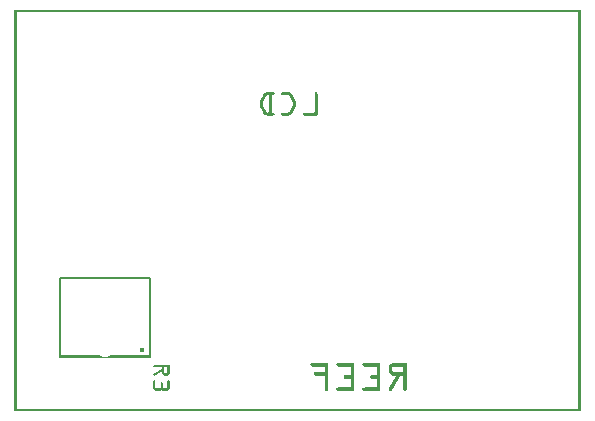
<source format=gbo>
G04 MADE WITH FRITZING*
G04 WWW.FRITZING.ORG*
G04 SINGLE SIDED*
G04 HOLES NOT PLATED*
G04 CONTOUR ON CENTER OF CONTOUR VECTOR*
%ASAXBY*%
%FSLAX23Y23*%
%MOIN*%
%OFA0B0*%
%SFA1.0B1.0*%
%ADD10C,0.016661X0.00666142*%
%ADD11C,0.008000*%
%ADD12R,0.001000X0.001000*%
%LNSILK0*%
G90*
G70*
G54D10*
X427Y204D03*
G54D11*
X153Y446D02*
X453Y446D01*
D02*
X453Y446D02*
X453Y182D01*
D02*
X153Y182D02*
X153Y446D01*
G54D12*
X0Y1339D02*
X1888Y1339D01*
X0Y1338D02*
X1888Y1338D01*
X0Y1337D02*
X1888Y1337D01*
X0Y1336D02*
X1888Y1336D01*
X0Y1335D02*
X1888Y1335D01*
X0Y1334D02*
X1888Y1334D01*
X0Y1333D02*
X1888Y1333D01*
X0Y1332D02*
X1888Y1332D01*
X0Y1331D02*
X7Y1331D01*
X1881Y1331D02*
X1888Y1331D01*
X0Y1330D02*
X7Y1330D01*
X1881Y1330D02*
X1888Y1330D01*
X0Y1329D02*
X7Y1329D01*
X1881Y1329D02*
X1888Y1329D01*
X0Y1328D02*
X7Y1328D01*
X1881Y1328D02*
X1888Y1328D01*
X0Y1327D02*
X7Y1327D01*
X1881Y1327D02*
X1888Y1327D01*
X0Y1326D02*
X7Y1326D01*
X1881Y1326D02*
X1888Y1326D01*
X0Y1325D02*
X7Y1325D01*
X1881Y1325D02*
X1888Y1325D01*
X0Y1324D02*
X7Y1324D01*
X1881Y1324D02*
X1888Y1324D01*
X0Y1323D02*
X7Y1323D01*
X1881Y1323D02*
X1888Y1323D01*
X0Y1322D02*
X7Y1322D01*
X1881Y1322D02*
X1888Y1322D01*
X0Y1321D02*
X7Y1321D01*
X1881Y1321D02*
X1888Y1321D01*
X0Y1320D02*
X7Y1320D01*
X1881Y1320D02*
X1888Y1320D01*
X0Y1319D02*
X7Y1319D01*
X1881Y1319D02*
X1888Y1319D01*
X0Y1318D02*
X7Y1318D01*
X1881Y1318D02*
X1888Y1318D01*
X0Y1317D02*
X7Y1317D01*
X1881Y1317D02*
X1888Y1317D01*
X0Y1316D02*
X7Y1316D01*
X1881Y1316D02*
X1888Y1316D01*
X0Y1315D02*
X7Y1315D01*
X1881Y1315D02*
X1888Y1315D01*
X0Y1314D02*
X7Y1314D01*
X1881Y1314D02*
X1888Y1314D01*
X0Y1313D02*
X7Y1313D01*
X1881Y1313D02*
X1888Y1313D01*
X0Y1312D02*
X7Y1312D01*
X1881Y1312D02*
X1888Y1312D01*
X0Y1311D02*
X7Y1311D01*
X1881Y1311D02*
X1888Y1311D01*
X0Y1310D02*
X7Y1310D01*
X1881Y1310D02*
X1888Y1310D01*
X0Y1309D02*
X7Y1309D01*
X1881Y1309D02*
X1888Y1309D01*
X0Y1308D02*
X7Y1308D01*
X1881Y1308D02*
X1888Y1308D01*
X0Y1307D02*
X7Y1307D01*
X1881Y1307D02*
X1888Y1307D01*
X0Y1306D02*
X7Y1306D01*
X1881Y1306D02*
X1888Y1306D01*
X0Y1305D02*
X7Y1305D01*
X1881Y1305D02*
X1888Y1305D01*
X0Y1304D02*
X7Y1304D01*
X1881Y1304D02*
X1888Y1304D01*
X0Y1303D02*
X7Y1303D01*
X1881Y1303D02*
X1888Y1303D01*
X0Y1302D02*
X7Y1302D01*
X1881Y1302D02*
X1888Y1302D01*
X0Y1301D02*
X7Y1301D01*
X1881Y1301D02*
X1888Y1301D01*
X0Y1300D02*
X7Y1300D01*
X1881Y1300D02*
X1888Y1300D01*
X0Y1299D02*
X7Y1299D01*
X1881Y1299D02*
X1888Y1299D01*
X0Y1298D02*
X7Y1298D01*
X1881Y1298D02*
X1888Y1298D01*
X0Y1297D02*
X7Y1297D01*
X1881Y1297D02*
X1888Y1297D01*
X0Y1296D02*
X7Y1296D01*
X1881Y1296D02*
X1888Y1296D01*
X0Y1295D02*
X7Y1295D01*
X1881Y1295D02*
X1888Y1295D01*
X0Y1294D02*
X7Y1294D01*
X1881Y1294D02*
X1888Y1294D01*
X0Y1293D02*
X7Y1293D01*
X1881Y1293D02*
X1888Y1293D01*
X0Y1292D02*
X7Y1292D01*
X1881Y1292D02*
X1888Y1292D01*
X0Y1291D02*
X7Y1291D01*
X1881Y1291D02*
X1888Y1291D01*
X0Y1290D02*
X7Y1290D01*
X1881Y1290D02*
X1888Y1290D01*
X0Y1289D02*
X7Y1289D01*
X1881Y1289D02*
X1888Y1289D01*
X0Y1288D02*
X7Y1288D01*
X1881Y1288D02*
X1888Y1288D01*
X0Y1287D02*
X7Y1287D01*
X1881Y1287D02*
X1888Y1287D01*
X0Y1286D02*
X7Y1286D01*
X1881Y1286D02*
X1888Y1286D01*
X0Y1285D02*
X7Y1285D01*
X1881Y1285D02*
X1888Y1285D01*
X0Y1284D02*
X7Y1284D01*
X1881Y1284D02*
X1888Y1284D01*
X0Y1283D02*
X7Y1283D01*
X1881Y1283D02*
X1888Y1283D01*
X0Y1282D02*
X7Y1282D01*
X1881Y1282D02*
X1888Y1282D01*
X0Y1281D02*
X7Y1281D01*
X1881Y1281D02*
X1888Y1281D01*
X0Y1280D02*
X7Y1280D01*
X1881Y1280D02*
X1888Y1280D01*
X0Y1279D02*
X7Y1279D01*
X1881Y1279D02*
X1888Y1279D01*
X0Y1278D02*
X7Y1278D01*
X1881Y1278D02*
X1888Y1278D01*
X0Y1277D02*
X7Y1277D01*
X1881Y1277D02*
X1888Y1277D01*
X0Y1276D02*
X7Y1276D01*
X1881Y1276D02*
X1888Y1276D01*
X0Y1275D02*
X7Y1275D01*
X1881Y1275D02*
X1888Y1275D01*
X0Y1274D02*
X7Y1274D01*
X1881Y1274D02*
X1888Y1274D01*
X0Y1273D02*
X7Y1273D01*
X1881Y1273D02*
X1888Y1273D01*
X0Y1272D02*
X7Y1272D01*
X1881Y1272D02*
X1888Y1272D01*
X0Y1271D02*
X7Y1271D01*
X1881Y1271D02*
X1888Y1271D01*
X0Y1270D02*
X7Y1270D01*
X1881Y1270D02*
X1888Y1270D01*
X0Y1269D02*
X7Y1269D01*
X1881Y1269D02*
X1888Y1269D01*
X0Y1268D02*
X7Y1268D01*
X1881Y1268D02*
X1888Y1268D01*
X0Y1267D02*
X7Y1267D01*
X1881Y1267D02*
X1888Y1267D01*
X0Y1266D02*
X7Y1266D01*
X1881Y1266D02*
X1888Y1266D01*
X0Y1265D02*
X7Y1265D01*
X1881Y1265D02*
X1888Y1265D01*
X0Y1264D02*
X7Y1264D01*
X1881Y1264D02*
X1888Y1264D01*
X0Y1263D02*
X7Y1263D01*
X1881Y1263D02*
X1888Y1263D01*
X0Y1262D02*
X7Y1262D01*
X1881Y1262D02*
X1888Y1262D01*
X0Y1261D02*
X7Y1261D01*
X1881Y1261D02*
X1888Y1261D01*
X0Y1260D02*
X7Y1260D01*
X1881Y1260D02*
X1888Y1260D01*
X0Y1259D02*
X7Y1259D01*
X1881Y1259D02*
X1888Y1259D01*
X0Y1258D02*
X7Y1258D01*
X1881Y1258D02*
X1888Y1258D01*
X0Y1257D02*
X7Y1257D01*
X1881Y1257D02*
X1888Y1257D01*
X0Y1256D02*
X7Y1256D01*
X1881Y1256D02*
X1888Y1256D01*
X0Y1255D02*
X7Y1255D01*
X1881Y1255D02*
X1888Y1255D01*
X0Y1254D02*
X7Y1254D01*
X1881Y1254D02*
X1888Y1254D01*
X0Y1253D02*
X7Y1253D01*
X1881Y1253D02*
X1888Y1253D01*
X0Y1252D02*
X7Y1252D01*
X1881Y1252D02*
X1888Y1252D01*
X0Y1251D02*
X7Y1251D01*
X1881Y1251D02*
X1888Y1251D01*
X0Y1250D02*
X7Y1250D01*
X1881Y1250D02*
X1888Y1250D01*
X0Y1249D02*
X7Y1249D01*
X1881Y1249D02*
X1888Y1249D01*
X0Y1248D02*
X7Y1248D01*
X1881Y1248D02*
X1888Y1248D01*
X0Y1247D02*
X7Y1247D01*
X1881Y1247D02*
X1888Y1247D01*
X0Y1246D02*
X7Y1246D01*
X1881Y1246D02*
X1888Y1246D01*
X0Y1245D02*
X7Y1245D01*
X1881Y1245D02*
X1888Y1245D01*
X0Y1244D02*
X7Y1244D01*
X1881Y1244D02*
X1888Y1244D01*
X0Y1243D02*
X7Y1243D01*
X1881Y1243D02*
X1888Y1243D01*
X0Y1242D02*
X7Y1242D01*
X1881Y1242D02*
X1888Y1242D01*
X0Y1241D02*
X7Y1241D01*
X1881Y1241D02*
X1888Y1241D01*
X0Y1240D02*
X7Y1240D01*
X1881Y1240D02*
X1888Y1240D01*
X0Y1239D02*
X7Y1239D01*
X1881Y1239D02*
X1888Y1239D01*
X0Y1238D02*
X7Y1238D01*
X1881Y1238D02*
X1888Y1238D01*
X0Y1237D02*
X7Y1237D01*
X1881Y1237D02*
X1888Y1237D01*
X0Y1236D02*
X7Y1236D01*
X1881Y1236D02*
X1888Y1236D01*
X0Y1235D02*
X7Y1235D01*
X1881Y1235D02*
X1888Y1235D01*
X0Y1234D02*
X7Y1234D01*
X1881Y1234D02*
X1888Y1234D01*
X0Y1233D02*
X7Y1233D01*
X1881Y1233D02*
X1888Y1233D01*
X0Y1232D02*
X7Y1232D01*
X1881Y1232D02*
X1888Y1232D01*
X0Y1231D02*
X7Y1231D01*
X1881Y1231D02*
X1888Y1231D01*
X0Y1230D02*
X7Y1230D01*
X1881Y1230D02*
X1888Y1230D01*
X0Y1229D02*
X7Y1229D01*
X1881Y1229D02*
X1888Y1229D01*
X0Y1228D02*
X7Y1228D01*
X1881Y1228D02*
X1888Y1228D01*
X0Y1227D02*
X7Y1227D01*
X1881Y1227D02*
X1888Y1227D01*
X0Y1226D02*
X7Y1226D01*
X1881Y1226D02*
X1888Y1226D01*
X0Y1225D02*
X7Y1225D01*
X1881Y1225D02*
X1888Y1225D01*
X0Y1224D02*
X7Y1224D01*
X1881Y1224D02*
X1888Y1224D01*
X0Y1223D02*
X7Y1223D01*
X1881Y1223D02*
X1888Y1223D01*
X0Y1222D02*
X7Y1222D01*
X1881Y1222D02*
X1888Y1222D01*
X0Y1221D02*
X7Y1221D01*
X1881Y1221D02*
X1888Y1221D01*
X0Y1220D02*
X7Y1220D01*
X1881Y1220D02*
X1888Y1220D01*
X0Y1219D02*
X7Y1219D01*
X1881Y1219D02*
X1888Y1219D01*
X0Y1218D02*
X7Y1218D01*
X1881Y1218D02*
X1888Y1218D01*
X0Y1217D02*
X7Y1217D01*
X1881Y1217D02*
X1888Y1217D01*
X0Y1216D02*
X7Y1216D01*
X1881Y1216D02*
X1888Y1216D01*
X0Y1215D02*
X7Y1215D01*
X1881Y1215D02*
X1888Y1215D01*
X0Y1214D02*
X7Y1214D01*
X1881Y1214D02*
X1888Y1214D01*
X0Y1213D02*
X7Y1213D01*
X1881Y1213D02*
X1888Y1213D01*
X0Y1212D02*
X7Y1212D01*
X1881Y1212D02*
X1888Y1212D01*
X0Y1211D02*
X7Y1211D01*
X1881Y1211D02*
X1888Y1211D01*
X0Y1210D02*
X7Y1210D01*
X1881Y1210D02*
X1888Y1210D01*
X0Y1209D02*
X7Y1209D01*
X1881Y1209D02*
X1888Y1209D01*
X0Y1208D02*
X7Y1208D01*
X1881Y1208D02*
X1888Y1208D01*
X0Y1207D02*
X7Y1207D01*
X1881Y1207D02*
X1888Y1207D01*
X0Y1206D02*
X7Y1206D01*
X1881Y1206D02*
X1888Y1206D01*
X0Y1205D02*
X7Y1205D01*
X1881Y1205D02*
X1888Y1205D01*
X0Y1204D02*
X7Y1204D01*
X1881Y1204D02*
X1888Y1204D01*
X0Y1203D02*
X7Y1203D01*
X1881Y1203D02*
X1888Y1203D01*
X0Y1202D02*
X7Y1202D01*
X1881Y1202D02*
X1888Y1202D01*
X0Y1201D02*
X7Y1201D01*
X1881Y1201D02*
X1888Y1201D01*
X0Y1200D02*
X7Y1200D01*
X1881Y1200D02*
X1888Y1200D01*
X0Y1199D02*
X7Y1199D01*
X1881Y1199D02*
X1888Y1199D01*
X0Y1198D02*
X7Y1198D01*
X1881Y1198D02*
X1888Y1198D01*
X0Y1197D02*
X7Y1197D01*
X1881Y1197D02*
X1888Y1197D01*
X0Y1196D02*
X7Y1196D01*
X1881Y1196D02*
X1888Y1196D01*
X0Y1195D02*
X7Y1195D01*
X1881Y1195D02*
X1888Y1195D01*
X0Y1194D02*
X7Y1194D01*
X1881Y1194D02*
X1888Y1194D01*
X0Y1193D02*
X7Y1193D01*
X1881Y1193D02*
X1888Y1193D01*
X0Y1192D02*
X7Y1192D01*
X1881Y1192D02*
X1888Y1192D01*
X0Y1191D02*
X7Y1191D01*
X1881Y1191D02*
X1888Y1191D01*
X0Y1190D02*
X7Y1190D01*
X1881Y1190D02*
X1888Y1190D01*
X0Y1189D02*
X7Y1189D01*
X1881Y1189D02*
X1888Y1189D01*
X0Y1188D02*
X7Y1188D01*
X1881Y1188D02*
X1888Y1188D01*
X0Y1187D02*
X7Y1187D01*
X1881Y1187D02*
X1888Y1187D01*
X0Y1186D02*
X7Y1186D01*
X1881Y1186D02*
X1888Y1186D01*
X0Y1185D02*
X7Y1185D01*
X1881Y1185D02*
X1888Y1185D01*
X0Y1184D02*
X7Y1184D01*
X1881Y1184D02*
X1888Y1184D01*
X0Y1183D02*
X7Y1183D01*
X1881Y1183D02*
X1888Y1183D01*
X0Y1182D02*
X7Y1182D01*
X1881Y1182D02*
X1888Y1182D01*
X0Y1181D02*
X7Y1181D01*
X1881Y1181D02*
X1888Y1181D01*
X0Y1180D02*
X7Y1180D01*
X1881Y1180D02*
X1888Y1180D01*
X0Y1179D02*
X7Y1179D01*
X1881Y1179D02*
X1888Y1179D01*
X0Y1178D02*
X7Y1178D01*
X1881Y1178D02*
X1888Y1178D01*
X0Y1177D02*
X7Y1177D01*
X1881Y1177D02*
X1888Y1177D01*
X0Y1176D02*
X7Y1176D01*
X1881Y1176D02*
X1888Y1176D01*
X0Y1175D02*
X7Y1175D01*
X1881Y1175D02*
X1888Y1175D01*
X0Y1174D02*
X7Y1174D01*
X1881Y1174D02*
X1888Y1174D01*
X0Y1173D02*
X7Y1173D01*
X1881Y1173D02*
X1888Y1173D01*
X0Y1172D02*
X7Y1172D01*
X1881Y1172D02*
X1888Y1172D01*
X0Y1171D02*
X7Y1171D01*
X1881Y1171D02*
X1888Y1171D01*
X0Y1170D02*
X7Y1170D01*
X1881Y1170D02*
X1888Y1170D01*
X0Y1169D02*
X7Y1169D01*
X1881Y1169D02*
X1888Y1169D01*
X0Y1168D02*
X7Y1168D01*
X1881Y1168D02*
X1888Y1168D01*
X0Y1167D02*
X7Y1167D01*
X1881Y1167D02*
X1888Y1167D01*
X0Y1166D02*
X7Y1166D01*
X1881Y1166D02*
X1888Y1166D01*
X0Y1165D02*
X7Y1165D01*
X1881Y1165D02*
X1888Y1165D01*
X0Y1164D02*
X7Y1164D01*
X1881Y1164D02*
X1888Y1164D01*
X0Y1163D02*
X7Y1163D01*
X1881Y1163D02*
X1888Y1163D01*
X0Y1162D02*
X7Y1162D01*
X1881Y1162D02*
X1888Y1162D01*
X0Y1161D02*
X7Y1161D01*
X1881Y1161D02*
X1888Y1161D01*
X0Y1160D02*
X7Y1160D01*
X1881Y1160D02*
X1888Y1160D01*
X0Y1159D02*
X7Y1159D01*
X1881Y1159D02*
X1888Y1159D01*
X0Y1158D02*
X7Y1158D01*
X1881Y1158D02*
X1888Y1158D01*
X0Y1157D02*
X7Y1157D01*
X1881Y1157D02*
X1888Y1157D01*
X0Y1156D02*
X7Y1156D01*
X1881Y1156D02*
X1888Y1156D01*
X0Y1155D02*
X7Y1155D01*
X1881Y1155D02*
X1888Y1155D01*
X0Y1154D02*
X7Y1154D01*
X1881Y1154D02*
X1888Y1154D01*
X0Y1153D02*
X7Y1153D01*
X1881Y1153D02*
X1888Y1153D01*
X0Y1152D02*
X7Y1152D01*
X1881Y1152D02*
X1888Y1152D01*
X0Y1151D02*
X7Y1151D01*
X1881Y1151D02*
X1888Y1151D01*
X0Y1150D02*
X7Y1150D01*
X1881Y1150D02*
X1888Y1150D01*
X0Y1149D02*
X7Y1149D01*
X1881Y1149D02*
X1888Y1149D01*
X0Y1148D02*
X7Y1148D01*
X1881Y1148D02*
X1888Y1148D01*
X0Y1147D02*
X7Y1147D01*
X1881Y1147D02*
X1888Y1147D01*
X0Y1146D02*
X7Y1146D01*
X1881Y1146D02*
X1888Y1146D01*
X0Y1145D02*
X7Y1145D01*
X1881Y1145D02*
X1888Y1145D01*
X0Y1144D02*
X7Y1144D01*
X1881Y1144D02*
X1888Y1144D01*
X0Y1143D02*
X7Y1143D01*
X1881Y1143D02*
X1888Y1143D01*
X0Y1142D02*
X7Y1142D01*
X1881Y1142D02*
X1888Y1142D01*
X0Y1141D02*
X7Y1141D01*
X1881Y1141D02*
X1888Y1141D01*
X0Y1140D02*
X7Y1140D01*
X1881Y1140D02*
X1888Y1140D01*
X0Y1139D02*
X7Y1139D01*
X1881Y1139D02*
X1888Y1139D01*
X0Y1138D02*
X7Y1138D01*
X1881Y1138D02*
X1888Y1138D01*
X0Y1137D02*
X7Y1137D01*
X1881Y1137D02*
X1888Y1137D01*
X0Y1136D02*
X7Y1136D01*
X1881Y1136D02*
X1888Y1136D01*
X0Y1135D02*
X7Y1135D01*
X1881Y1135D02*
X1888Y1135D01*
X0Y1134D02*
X7Y1134D01*
X1881Y1134D02*
X1888Y1134D01*
X0Y1133D02*
X7Y1133D01*
X1881Y1133D02*
X1888Y1133D01*
X0Y1132D02*
X7Y1132D01*
X1881Y1132D02*
X1888Y1132D01*
X0Y1131D02*
X7Y1131D01*
X1881Y1131D02*
X1888Y1131D01*
X0Y1130D02*
X7Y1130D01*
X1881Y1130D02*
X1888Y1130D01*
X0Y1129D02*
X7Y1129D01*
X1881Y1129D02*
X1888Y1129D01*
X0Y1128D02*
X7Y1128D01*
X1881Y1128D02*
X1888Y1128D01*
X0Y1127D02*
X7Y1127D01*
X1881Y1127D02*
X1888Y1127D01*
X0Y1126D02*
X7Y1126D01*
X1881Y1126D02*
X1888Y1126D01*
X0Y1125D02*
X7Y1125D01*
X1881Y1125D02*
X1888Y1125D01*
X0Y1124D02*
X7Y1124D01*
X1881Y1124D02*
X1888Y1124D01*
X0Y1123D02*
X7Y1123D01*
X1881Y1123D02*
X1888Y1123D01*
X0Y1122D02*
X7Y1122D01*
X1881Y1122D02*
X1888Y1122D01*
X0Y1121D02*
X7Y1121D01*
X1881Y1121D02*
X1888Y1121D01*
X0Y1120D02*
X7Y1120D01*
X1881Y1120D02*
X1888Y1120D01*
X0Y1119D02*
X7Y1119D01*
X1881Y1119D02*
X1888Y1119D01*
X0Y1118D02*
X7Y1118D01*
X1881Y1118D02*
X1888Y1118D01*
X0Y1117D02*
X7Y1117D01*
X1881Y1117D02*
X1888Y1117D01*
X0Y1116D02*
X7Y1116D01*
X1881Y1116D02*
X1888Y1116D01*
X0Y1115D02*
X7Y1115D01*
X1881Y1115D02*
X1888Y1115D01*
X0Y1114D02*
X7Y1114D01*
X1881Y1114D02*
X1888Y1114D01*
X0Y1113D02*
X7Y1113D01*
X1881Y1113D02*
X1888Y1113D01*
X0Y1112D02*
X7Y1112D01*
X1881Y1112D02*
X1888Y1112D01*
X0Y1111D02*
X7Y1111D01*
X1881Y1111D02*
X1888Y1111D01*
X0Y1110D02*
X7Y1110D01*
X1881Y1110D02*
X1888Y1110D01*
X0Y1109D02*
X7Y1109D01*
X1881Y1109D02*
X1888Y1109D01*
X0Y1108D02*
X7Y1108D01*
X1881Y1108D02*
X1888Y1108D01*
X0Y1107D02*
X7Y1107D01*
X1881Y1107D02*
X1888Y1107D01*
X0Y1106D02*
X7Y1106D01*
X1881Y1106D02*
X1888Y1106D01*
X0Y1105D02*
X7Y1105D01*
X1881Y1105D02*
X1888Y1105D01*
X0Y1104D02*
X7Y1104D01*
X1881Y1104D02*
X1888Y1104D01*
X0Y1103D02*
X7Y1103D01*
X1881Y1103D02*
X1888Y1103D01*
X0Y1102D02*
X7Y1102D01*
X1881Y1102D02*
X1888Y1102D01*
X0Y1101D02*
X7Y1101D01*
X1881Y1101D02*
X1888Y1101D01*
X0Y1100D02*
X7Y1100D01*
X1881Y1100D02*
X1888Y1100D01*
X0Y1099D02*
X7Y1099D01*
X1881Y1099D02*
X1888Y1099D01*
X0Y1098D02*
X7Y1098D01*
X1881Y1098D02*
X1888Y1098D01*
X0Y1097D02*
X7Y1097D01*
X1881Y1097D02*
X1888Y1097D01*
X0Y1096D02*
X7Y1096D01*
X1881Y1096D02*
X1888Y1096D01*
X0Y1095D02*
X7Y1095D01*
X1881Y1095D02*
X1888Y1095D01*
X0Y1094D02*
X7Y1094D01*
X1881Y1094D02*
X1888Y1094D01*
X0Y1093D02*
X7Y1093D01*
X1881Y1093D02*
X1888Y1093D01*
X0Y1092D02*
X7Y1092D01*
X1881Y1092D02*
X1888Y1092D01*
X0Y1091D02*
X7Y1091D01*
X1881Y1091D02*
X1888Y1091D01*
X0Y1090D02*
X7Y1090D01*
X1881Y1090D02*
X1888Y1090D01*
X0Y1089D02*
X7Y1089D01*
X1881Y1089D02*
X1888Y1089D01*
X0Y1088D02*
X7Y1088D01*
X1881Y1088D02*
X1888Y1088D01*
X0Y1087D02*
X7Y1087D01*
X1881Y1087D02*
X1888Y1087D01*
X0Y1086D02*
X7Y1086D01*
X1881Y1086D02*
X1888Y1086D01*
X0Y1085D02*
X7Y1085D01*
X1881Y1085D02*
X1888Y1085D01*
X0Y1084D02*
X7Y1084D01*
X1881Y1084D02*
X1888Y1084D01*
X0Y1083D02*
X7Y1083D01*
X1881Y1083D02*
X1888Y1083D01*
X0Y1082D02*
X7Y1082D01*
X1881Y1082D02*
X1888Y1082D01*
X0Y1081D02*
X7Y1081D01*
X1881Y1081D02*
X1888Y1081D01*
X0Y1080D02*
X7Y1080D01*
X1881Y1080D02*
X1888Y1080D01*
X0Y1079D02*
X7Y1079D01*
X1881Y1079D02*
X1888Y1079D01*
X0Y1078D02*
X7Y1078D01*
X1881Y1078D02*
X1888Y1078D01*
X0Y1077D02*
X7Y1077D01*
X1881Y1077D02*
X1888Y1077D01*
X0Y1076D02*
X7Y1076D01*
X1881Y1076D02*
X1888Y1076D01*
X0Y1075D02*
X7Y1075D01*
X1881Y1075D02*
X1888Y1075D01*
X0Y1074D02*
X7Y1074D01*
X1881Y1074D02*
X1888Y1074D01*
X0Y1073D02*
X7Y1073D01*
X1881Y1073D02*
X1888Y1073D01*
X0Y1072D02*
X7Y1072D01*
X1881Y1072D02*
X1888Y1072D01*
X0Y1071D02*
X7Y1071D01*
X1881Y1071D02*
X1888Y1071D01*
X0Y1070D02*
X7Y1070D01*
X1881Y1070D02*
X1888Y1070D01*
X0Y1069D02*
X7Y1069D01*
X1881Y1069D02*
X1888Y1069D01*
X0Y1068D02*
X7Y1068D01*
X1881Y1068D02*
X1888Y1068D01*
X0Y1067D02*
X7Y1067D01*
X1881Y1067D02*
X1888Y1067D01*
X0Y1066D02*
X7Y1066D01*
X1881Y1066D02*
X1888Y1066D01*
X0Y1065D02*
X7Y1065D01*
X1881Y1065D02*
X1888Y1065D01*
X0Y1064D02*
X7Y1064D01*
X1881Y1064D02*
X1888Y1064D01*
X0Y1063D02*
X7Y1063D01*
X839Y1063D02*
X864Y1063D01*
X892Y1063D02*
X918Y1063D01*
X1004Y1063D02*
X1008Y1063D01*
X1881Y1063D02*
X1888Y1063D01*
X0Y1062D02*
X7Y1062D01*
X837Y1062D02*
X866Y1062D01*
X891Y1062D02*
X920Y1062D01*
X1003Y1062D02*
X1009Y1062D01*
X1881Y1062D02*
X1888Y1062D01*
X0Y1061D02*
X7Y1061D01*
X836Y1061D02*
X866Y1061D01*
X891Y1061D02*
X922Y1061D01*
X1002Y1061D02*
X1010Y1061D01*
X1881Y1061D02*
X1888Y1061D01*
X0Y1060D02*
X7Y1060D01*
X834Y1060D02*
X867Y1060D01*
X890Y1060D02*
X923Y1060D01*
X1002Y1060D02*
X1010Y1060D01*
X1881Y1060D02*
X1888Y1060D01*
X0Y1059D02*
X7Y1059D01*
X833Y1059D02*
X867Y1059D01*
X890Y1059D02*
X924Y1059D01*
X1002Y1059D02*
X1011Y1059D01*
X1881Y1059D02*
X1888Y1059D01*
X0Y1058D02*
X7Y1058D01*
X832Y1058D02*
X867Y1058D01*
X890Y1058D02*
X925Y1058D01*
X1002Y1058D02*
X1011Y1058D01*
X1881Y1058D02*
X1888Y1058D01*
X0Y1057D02*
X7Y1057D01*
X832Y1057D02*
X866Y1057D01*
X890Y1057D02*
X925Y1057D01*
X1002Y1057D02*
X1011Y1057D01*
X1881Y1057D02*
X1888Y1057D01*
X0Y1056D02*
X7Y1056D01*
X831Y1056D02*
X866Y1056D01*
X891Y1056D02*
X926Y1056D01*
X1002Y1056D02*
X1011Y1056D01*
X1881Y1056D02*
X1888Y1056D01*
X0Y1055D02*
X7Y1055D01*
X830Y1055D02*
X865Y1055D01*
X892Y1055D02*
X926Y1055D01*
X1002Y1055D02*
X1011Y1055D01*
X1881Y1055D02*
X1888Y1055D01*
X0Y1054D02*
X7Y1054D01*
X830Y1054D02*
X863Y1054D01*
X894Y1054D02*
X927Y1054D01*
X1002Y1054D02*
X1011Y1054D01*
X1881Y1054D02*
X1888Y1054D01*
X0Y1053D02*
X7Y1053D01*
X829Y1053D02*
X841Y1053D01*
X848Y1053D02*
X857Y1053D01*
X916Y1053D02*
X927Y1053D01*
X1002Y1053D02*
X1011Y1053D01*
X1881Y1053D02*
X1888Y1053D01*
X0Y1052D02*
X7Y1052D01*
X829Y1052D02*
X839Y1052D01*
X848Y1052D02*
X857Y1052D01*
X917Y1052D02*
X928Y1052D01*
X1002Y1052D02*
X1011Y1052D01*
X1881Y1052D02*
X1888Y1052D01*
X0Y1051D02*
X7Y1051D01*
X828Y1051D02*
X839Y1051D01*
X848Y1051D02*
X857Y1051D01*
X918Y1051D02*
X928Y1051D01*
X1002Y1051D02*
X1011Y1051D01*
X1881Y1051D02*
X1888Y1051D01*
X0Y1050D02*
X7Y1050D01*
X828Y1050D02*
X838Y1050D01*
X848Y1050D02*
X857Y1050D01*
X918Y1050D02*
X929Y1050D01*
X1002Y1050D02*
X1011Y1050D01*
X1881Y1050D02*
X1888Y1050D01*
X0Y1049D02*
X7Y1049D01*
X827Y1049D02*
X838Y1049D01*
X848Y1049D02*
X857Y1049D01*
X919Y1049D02*
X929Y1049D01*
X1002Y1049D02*
X1011Y1049D01*
X1881Y1049D02*
X1888Y1049D01*
X0Y1048D02*
X7Y1048D01*
X827Y1048D02*
X837Y1048D01*
X848Y1048D02*
X857Y1048D01*
X919Y1048D02*
X930Y1048D01*
X1002Y1048D02*
X1011Y1048D01*
X1881Y1048D02*
X1888Y1048D01*
X0Y1047D02*
X7Y1047D01*
X826Y1047D02*
X837Y1047D01*
X848Y1047D02*
X857Y1047D01*
X920Y1047D02*
X930Y1047D01*
X1002Y1047D02*
X1011Y1047D01*
X1881Y1047D02*
X1888Y1047D01*
X0Y1046D02*
X7Y1046D01*
X826Y1046D02*
X836Y1046D01*
X848Y1046D02*
X857Y1046D01*
X921Y1046D02*
X931Y1046D01*
X1002Y1046D02*
X1011Y1046D01*
X1881Y1046D02*
X1888Y1046D01*
X0Y1045D02*
X7Y1045D01*
X825Y1045D02*
X836Y1045D01*
X848Y1045D02*
X857Y1045D01*
X921Y1045D02*
X931Y1045D01*
X1002Y1045D02*
X1011Y1045D01*
X1881Y1045D02*
X1888Y1045D01*
X0Y1044D02*
X7Y1044D01*
X825Y1044D02*
X835Y1044D01*
X848Y1044D02*
X857Y1044D01*
X922Y1044D02*
X932Y1044D01*
X1002Y1044D02*
X1011Y1044D01*
X1881Y1044D02*
X1888Y1044D01*
X0Y1043D02*
X7Y1043D01*
X824Y1043D02*
X835Y1043D01*
X848Y1043D02*
X857Y1043D01*
X922Y1043D02*
X932Y1043D01*
X1002Y1043D02*
X1011Y1043D01*
X1881Y1043D02*
X1888Y1043D01*
X0Y1042D02*
X7Y1042D01*
X824Y1042D02*
X834Y1042D01*
X848Y1042D02*
X857Y1042D01*
X923Y1042D02*
X933Y1042D01*
X1002Y1042D02*
X1011Y1042D01*
X1881Y1042D02*
X1888Y1042D01*
X0Y1041D02*
X7Y1041D01*
X823Y1041D02*
X834Y1041D01*
X848Y1041D02*
X857Y1041D01*
X923Y1041D02*
X933Y1041D01*
X1002Y1041D02*
X1011Y1041D01*
X1881Y1041D02*
X1888Y1041D01*
X0Y1040D02*
X7Y1040D01*
X823Y1040D02*
X833Y1040D01*
X848Y1040D02*
X857Y1040D01*
X924Y1040D02*
X934Y1040D01*
X1002Y1040D02*
X1011Y1040D01*
X1881Y1040D02*
X1888Y1040D01*
X0Y1039D02*
X7Y1039D01*
X822Y1039D02*
X833Y1039D01*
X848Y1039D02*
X857Y1039D01*
X924Y1039D02*
X934Y1039D01*
X1002Y1039D02*
X1011Y1039D01*
X1881Y1039D02*
X1888Y1039D01*
X0Y1038D02*
X7Y1038D01*
X822Y1038D02*
X832Y1038D01*
X848Y1038D02*
X857Y1038D01*
X925Y1038D02*
X935Y1038D01*
X1002Y1038D02*
X1011Y1038D01*
X1881Y1038D02*
X1888Y1038D01*
X0Y1037D02*
X7Y1037D01*
X821Y1037D02*
X832Y1037D01*
X848Y1037D02*
X857Y1037D01*
X925Y1037D02*
X935Y1037D01*
X1002Y1037D02*
X1011Y1037D01*
X1881Y1037D02*
X1888Y1037D01*
X0Y1036D02*
X7Y1036D01*
X821Y1036D02*
X831Y1036D01*
X848Y1036D02*
X857Y1036D01*
X926Y1036D02*
X936Y1036D01*
X1002Y1036D02*
X1011Y1036D01*
X1881Y1036D02*
X1888Y1036D01*
X0Y1035D02*
X7Y1035D01*
X820Y1035D02*
X831Y1035D01*
X848Y1035D02*
X857Y1035D01*
X926Y1035D02*
X936Y1035D01*
X1002Y1035D02*
X1011Y1035D01*
X1881Y1035D02*
X1888Y1035D01*
X0Y1034D02*
X7Y1034D01*
X820Y1034D02*
X830Y1034D01*
X848Y1034D02*
X857Y1034D01*
X927Y1034D02*
X937Y1034D01*
X1002Y1034D02*
X1011Y1034D01*
X1881Y1034D02*
X1888Y1034D01*
X0Y1033D02*
X7Y1033D01*
X820Y1033D02*
X830Y1033D01*
X848Y1033D02*
X857Y1033D01*
X927Y1033D02*
X937Y1033D01*
X1002Y1033D02*
X1011Y1033D01*
X1881Y1033D02*
X1888Y1033D01*
X0Y1032D02*
X7Y1032D01*
X819Y1032D02*
X829Y1032D01*
X848Y1032D02*
X857Y1032D01*
X928Y1032D02*
X938Y1032D01*
X1002Y1032D02*
X1011Y1032D01*
X1881Y1032D02*
X1888Y1032D01*
X0Y1031D02*
X7Y1031D01*
X819Y1031D02*
X829Y1031D01*
X848Y1031D02*
X857Y1031D01*
X928Y1031D02*
X938Y1031D01*
X1002Y1031D02*
X1011Y1031D01*
X1881Y1031D02*
X1888Y1031D01*
X0Y1030D02*
X7Y1030D01*
X819Y1030D02*
X828Y1030D01*
X848Y1030D02*
X857Y1030D01*
X929Y1030D02*
X938Y1030D01*
X1002Y1030D02*
X1011Y1030D01*
X1881Y1030D02*
X1888Y1030D01*
X0Y1029D02*
X7Y1029D01*
X818Y1029D02*
X828Y1029D01*
X848Y1029D02*
X857Y1029D01*
X929Y1029D02*
X938Y1029D01*
X1002Y1029D02*
X1011Y1029D01*
X1881Y1029D02*
X1888Y1029D01*
X0Y1028D02*
X7Y1028D01*
X818Y1028D02*
X828Y1028D01*
X848Y1028D02*
X857Y1028D01*
X929Y1028D02*
X938Y1028D01*
X1002Y1028D02*
X1011Y1028D01*
X1881Y1028D02*
X1888Y1028D01*
X0Y1027D02*
X7Y1027D01*
X818Y1027D02*
X827Y1027D01*
X848Y1027D02*
X857Y1027D01*
X929Y1027D02*
X939Y1027D01*
X1002Y1027D02*
X1011Y1027D01*
X1881Y1027D02*
X1888Y1027D01*
X0Y1026D02*
X7Y1026D01*
X818Y1026D02*
X827Y1026D01*
X848Y1026D02*
X857Y1026D01*
X929Y1026D02*
X939Y1026D01*
X1002Y1026D02*
X1011Y1026D01*
X1881Y1026D02*
X1888Y1026D01*
X0Y1025D02*
X7Y1025D01*
X818Y1025D02*
X827Y1025D01*
X848Y1025D02*
X857Y1025D01*
X930Y1025D02*
X939Y1025D01*
X1002Y1025D02*
X1011Y1025D01*
X1881Y1025D02*
X1888Y1025D01*
X0Y1024D02*
X7Y1024D01*
X818Y1024D02*
X827Y1024D01*
X848Y1024D02*
X857Y1024D01*
X929Y1024D02*
X939Y1024D01*
X1002Y1024D02*
X1011Y1024D01*
X1881Y1024D02*
X1888Y1024D01*
X0Y1023D02*
X7Y1023D01*
X818Y1023D02*
X827Y1023D01*
X848Y1023D02*
X857Y1023D01*
X929Y1023D02*
X939Y1023D01*
X1002Y1023D02*
X1011Y1023D01*
X1881Y1023D02*
X1888Y1023D01*
X0Y1022D02*
X7Y1022D01*
X818Y1022D02*
X828Y1022D01*
X848Y1022D02*
X857Y1022D01*
X929Y1022D02*
X938Y1022D01*
X1002Y1022D02*
X1011Y1022D01*
X1881Y1022D02*
X1888Y1022D01*
X0Y1021D02*
X7Y1021D01*
X818Y1021D02*
X828Y1021D01*
X848Y1021D02*
X857Y1021D01*
X929Y1021D02*
X938Y1021D01*
X1002Y1021D02*
X1011Y1021D01*
X1881Y1021D02*
X1888Y1021D01*
X0Y1020D02*
X7Y1020D01*
X819Y1020D02*
X828Y1020D01*
X848Y1020D02*
X857Y1020D01*
X929Y1020D02*
X938Y1020D01*
X1002Y1020D02*
X1011Y1020D01*
X1881Y1020D02*
X1888Y1020D01*
X0Y1019D02*
X7Y1019D01*
X819Y1019D02*
X829Y1019D01*
X848Y1019D02*
X857Y1019D01*
X928Y1019D02*
X938Y1019D01*
X1002Y1019D02*
X1011Y1019D01*
X1881Y1019D02*
X1888Y1019D01*
X0Y1018D02*
X7Y1018D01*
X819Y1018D02*
X829Y1018D01*
X848Y1018D02*
X857Y1018D01*
X928Y1018D02*
X938Y1018D01*
X1002Y1018D02*
X1011Y1018D01*
X1881Y1018D02*
X1888Y1018D01*
X0Y1017D02*
X7Y1017D01*
X819Y1017D02*
X830Y1017D01*
X848Y1017D02*
X857Y1017D01*
X927Y1017D02*
X937Y1017D01*
X1002Y1017D02*
X1011Y1017D01*
X1881Y1017D02*
X1888Y1017D01*
X0Y1016D02*
X7Y1016D01*
X820Y1016D02*
X830Y1016D01*
X848Y1016D02*
X857Y1016D01*
X927Y1016D02*
X937Y1016D01*
X1002Y1016D02*
X1011Y1016D01*
X1881Y1016D02*
X1888Y1016D01*
X0Y1015D02*
X7Y1015D01*
X820Y1015D02*
X831Y1015D01*
X848Y1015D02*
X857Y1015D01*
X926Y1015D02*
X936Y1015D01*
X1002Y1015D02*
X1011Y1015D01*
X1881Y1015D02*
X1888Y1015D01*
X0Y1014D02*
X7Y1014D01*
X821Y1014D02*
X831Y1014D01*
X848Y1014D02*
X857Y1014D01*
X926Y1014D02*
X936Y1014D01*
X1002Y1014D02*
X1011Y1014D01*
X1881Y1014D02*
X1888Y1014D01*
X0Y1013D02*
X7Y1013D01*
X821Y1013D02*
X832Y1013D01*
X848Y1013D02*
X857Y1013D01*
X925Y1013D02*
X936Y1013D01*
X1002Y1013D02*
X1011Y1013D01*
X1881Y1013D02*
X1888Y1013D01*
X0Y1012D02*
X7Y1012D01*
X822Y1012D02*
X832Y1012D01*
X848Y1012D02*
X857Y1012D01*
X925Y1012D02*
X935Y1012D01*
X1002Y1012D02*
X1011Y1012D01*
X1881Y1012D02*
X1888Y1012D01*
X0Y1011D02*
X7Y1011D01*
X822Y1011D02*
X833Y1011D01*
X848Y1011D02*
X857Y1011D01*
X924Y1011D02*
X935Y1011D01*
X1002Y1011D02*
X1011Y1011D01*
X1881Y1011D02*
X1888Y1011D01*
X0Y1010D02*
X7Y1010D01*
X823Y1010D02*
X833Y1010D01*
X848Y1010D02*
X857Y1010D01*
X924Y1010D02*
X934Y1010D01*
X1002Y1010D02*
X1011Y1010D01*
X1881Y1010D02*
X1888Y1010D01*
X0Y1009D02*
X7Y1009D01*
X823Y1009D02*
X834Y1009D01*
X848Y1009D02*
X857Y1009D01*
X923Y1009D02*
X934Y1009D01*
X1002Y1009D02*
X1011Y1009D01*
X1881Y1009D02*
X1888Y1009D01*
X0Y1008D02*
X7Y1008D01*
X824Y1008D02*
X834Y1008D01*
X848Y1008D02*
X857Y1008D01*
X923Y1008D02*
X933Y1008D01*
X1002Y1008D02*
X1011Y1008D01*
X1881Y1008D02*
X1888Y1008D01*
X0Y1007D02*
X7Y1007D01*
X824Y1007D02*
X835Y1007D01*
X848Y1007D02*
X857Y1007D01*
X922Y1007D02*
X933Y1007D01*
X1002Y1007D02*
X1011Y1007D01*
X1881Y1007D02*
X1888Y1007D01*
X0Y1006D02*
X7Y1006D01*
X825Y1006D02*
X835Y1006D01*
X848Y1006D02*
X857Y1006D01*
X922Y1006D02*
X932Y1006D01*
X1002Y1006D02*
X1011Y1006D01*
X1881Y1006D02*
X1888Y1006D01*
X0Y1005D02*
X7Y1005D01*
X825Y1005D02*
X836Y1005D01*
X848Y1005D02*
X857Y1005D01*
X921Y1005D02*
X932Y1005D01*
X1002Y1005D02*
X1011Y1005D01*
X1881Y1005D02*
X1888Y1005D01*
X0Y1004D02*
X7Y1004D01*
X826Y1004D02*
X836Y1004D01*
X848Y1004D02*
X857Y1004D01*
X921Y1004D02*
X931Y1004D01*
X1002Y1004D02*
X1011Y1004D01*
X1881Y1004D02*
X1888Y1004D01*
X0Y1003D02*
X7Y1003D01*
X826Y1003D02*
X837Y1003D01*
X848Y1003D02*
X857Y1003D01*
X920Y1003D02*
X931Y1003D01*
X1002Y1003D02*
X1011Y1003D01*
X1881Y1003D02*
X1888Y1003D01*
X0Y1002D02*
X7Y1002D01*
X827Y1002D02*
X837Y1002D01*
X848Y1002D02*
X857Y1002D01*
X920Y1002D02*
X930Y1002D01*
X1002Y1002D02*
X1011Y1002D01*
X1881Y1002D02*
X1888Y1002D01*
X0Y1001D02*
X7Y1001D01*
X827Y1001D02*
X838Y1001D01*
X848Y1001D02*
X857Y1001D01*
X919Y1001D02*
X930Y1001D01*
X1002Y1001D02*
X1011Y1001D01*
X1881Y1001D02*
X1888Y1001D01*
X0Y1000D02*
X7Y1000D01*
X828Y1000D02*
X838Y1000D01*
X848Y1000D02*
X857Y1000D01*
X919Y1000D02*
X929Y1000D01*
X1002Y1000D02*
X1011Y1000D01*
X1881Y1000D02*
X1888Y1000D01*
X0Y999D02*
X7Y999D01*
X828Y999D02*
X839Y999D01*
X848Y999D02*
X857Y999D01*
X918Y999D02*
X929Y999D01*
X1002Y999D02*
X1011Y999D01*
X1881Y999D02*
X1888Y999D01*
X0Y998D02*
X7Y998D01*
X829Y998D02*
X839Y998D01*
X848Y998D02*
X857Y998D01*
X918Y998D02*
X928Y998D01*
X1002Y998D02*
X1011Y998D01*
X1881Y998D02*
X1888Y998D01*
X0Y997D02*
X7Y997D01*
X829Y997D02*
X840Y997D01*
X848Y997D02*
X857Y997D01*
X917Y997D02*
X927Y997D01*
X1002Y997D02*
X1011Y997D01*
X1881Y997D02*
X1888Y997D01*
X0Y996D02*
X7Y996D01*
X830Y996D02*
X843Y996D01*
X847Y996D02*
X857Y996D01*
X914Y996D02*
X927Y996D01*
X1001Y996D02*
X1011Y996D01*
X1881Y996D02*
X1888Y996D01*
X0Y995D02*
X7Y995D01*
X830Y995D02*
X865Y995D01*
X892Y995D02*
X926Y995D01*
X964Y995D02*
X1011Y995D01*
X1881Y995D02*
X1888Y995D01*
X0Y994D02*
X7Y994D01*
X831Y994D02*
X866Y994D01*
X891Y994D02*
X926Y994D01*
X963Y994D02*
X1011Y994D01*
X1881Y994D02*
X1888Y994D01*
X0Y993D02*
X7Y993D01*
X831Y993D02*
X866Y993D01*
X890Y993D02*
X925Y993D01*
X962Y993D02*
X1011Y993D01*
X1881Y993D02*
X1888Y993D01*
X0Y992D02*
X7Y992D01*
X832Y992D02*
X867Y992D01*
X890Y992D02*
X925Y992D01*
X962Y992D02*
X1011Y992D01*
X1881Y992D02*
X1888Y992D01*
X0Y991D02*
X7Y991D01*
X833Y991D02*
X867Y991D01*
X890Y991D02*
X924Y991D01*
X962Y991D02*
X1011Y991D01*
X1881Y991D02*
X1888Y991D01*
X0Y990D02*
X7Y990D01*
X834Y990D02*
X867Y990D01*
X890Y990D02*
X923Y990D01*
X962Y990D02*
X1011Y990D01*
X1881Y990D02*
X1888Y990D01*
X0Y989D02*
X7Y989D01*
X835Y989D02*
X866Y989D01*
X890Y989D02*
X921Y989D01*
X962Y989D02*
X1011Y989D01*
X1881Y989D02*
X1888Y989D01*
X0Y988D02*
X7Y988D01*
X836Y988D02*
X866Y988D01*
X891Y988D02*
X920Y988D01*
X963Y988D02*
X1011Y988D01*
X1881Y988D02*
X1888Y988D01*
X0Y987D02*
X7Y987D01*
X838Y987D02*
X865Y987D01*
X892Y987D02*
X918Y987D01*
X964Y987D02*
X1011Y987D01*
X1881Y987D02*
X1888Y987D01*
X0Y986D02*
X7Y986D01*
X843Y986D02*
X862Y986D01*
X894Y986D02*
X914Y986D01*
X966Y986D02*
X1010Y986D01*
X1881Y986D02*
X1888Y986D01*
X0Y985D02*
X7Y985D01*
X1881Y985D02*
X1888Y985D01*
X0Y984D02*
X7Y984D01*
X1881Y984D02*
X1888Y984D01*
X0Y983D02*
X7Y983D01*
X1881Y983D02*
X1888Y983D01*
X0Y982D02*
X7Y982D01*
X1881Y982D02*
X1888Y982D01*
X0Y981D02*
X7Y981D01*
X1881Y981D02*
X1888Y981D01*
X0Y980D02*
X7Y980D01*
X1881Y980D02*
X1888Y980D01*
X0Y979D02*
X7Y979D01*
X1881Y979D02*
X1888Y979D01*
X0Y978D02*
X7Y978D01*
X1881Y978D02*
X1888Y978D01*
X0Y977D02*
X7Y977D01*
X1881Y977D02*
X1888Y977D01*
X0Y976D02*
X7Y976D01*
X1881Y976D02*
X1888Y976D01*
X0Y975D02*
X7Y975D01*
X1881Y975D02*
X1888Y975D01*
X0Y974D02*
X7Y974D01*
X1881Y974D02*
X1888Y974D01*
X0Y973D02*
X7Y973D01*
X1881Y973D02*
X1888Y973D01*
X0Y972D02*
X7Y972D01*
X1881Y972D02*
X1888Y972D01*
X0Y971D02*
X7Y971D01*
X1881Y971D02*
X1888Y971D01*
X0Y970D02*
X7Y970D01*
X1881Y970D02*
X1888Y970D01*
X0Y969D02*
X7Y969D01*
X1881Y969D02*
X1888Y969D01*
X0Y968D02*
X7Y968D01*
X1881Y968D02*
X1888Y968D01*
X0Y967D02*
X7Y967D01*
X1881Y967D02*
X1888Y967D01*
X0Y966D02*
X7Y966D01*
X1881Y966D02*
X1888Y966D01*
X0Y965D02*
X7Y965D01*
X1881Y965D02*
X1888Y965D01*
X0Y964D02*
X7Y964D01*
X1881Y964D02*
X1888Y964D01*
X0Y963D02*
X7Y963D01*
X1881Y963D02*
X1888Y963D01*
X0Y962D02*
X7Y962D01*
X1881Y962D02*
X1888Y962D01*
X0Y961D02*
X7Y961D01*
X1881Y961D02*
X1888Y961D01*
X0Y960D02*
X7Y960D01*
X1881Y960D02*
X1888Y960D01*
X0Y959D02*
X7Y959D01*
X1881Y959D02*
X1888Y959D01*
X0Y958D02*
X7Y958D01*
X1881Y958D02*
X1888Y958D01*
X0Y957D02*
X7Y957D01*
X1881Y957D02*
X1888Y957D01*
X0Y956D02*
X7Y956D01*
X1881Y956D02*
X1888Y956D01*
X0Y955D02*
X7Y955D01*
X1881Y955D02*
X1888Y955D01*
X0Y954D02*
X7Y954D01*
X1881Y954D02*
X1888Y954D01*
X0Y953D02*
X7Y953D01*
X1881Y953D02*
X1888Y953D01*
X0Y952D02*
X7Y952D01*
X1881Y952D02*
X1888Y952D01*
X0Y951D02*
X7Y951D01*
X1881Y951D02*
X1888Y951D01*
X0Y950D02*
X7Y950D01*
X1881Y950D02*
X1888Y950D01*
X0Y949D02*
X7Y949D01*
X1881Y949D02*
X1888Y949D01*
X0Y948D02*
X7Y948D01*
X1881Y948D02*
X1888Y948D01*
X0Y947D02*
X7Y947D01*
X1881Y947D02*
X1888Y947D01*
X0Y946D02*
X7Y946D01*
X1881Y946D02*
X1888Y946D01*
X0Y945D02*
X7Y945D01*
X1881Y945D02*
X1888Y945D01*
X0Y944D02*
X7Y944D01*
X1881Y944D02*
X1888Y944D01*
X0Y943D02*
X7Y943D01*
X1881Y943D02*
X1888Y943D01*
X0Y942D02*
X7Y942D01*
X1881Y942D02*
X1888Y942D01*
X0Y941D02*
X7Y941D01*
X1881Y941D02*
X1888Y941D01*
X0Y940D02*
X7Y940D01*
X1881Y940D02*
X1888Y940D01*
X0Y939D02*
X7Y939D01*
X1881Y939D02*
X1888Y939D01*
X0Y938D02*
X7Y938D01*
X1881Y938D02*
X1888Y938D01*
X0Y937D02*
X7Y937D01*
X1881Y937D02*
X1888Y937D01*
X0Y936D02*
X7Y936D01*
X1881Y936D02*
X1888Y936D01*
X0Y935D02*
X7Y935D01*
X1881Y935D02*
X1888Y935D01*
X0Y934D02*
X7Y934D01*
X1881Y934D02*
X1888Y934D01*
X0Y933D02*
X7Y933D01*
X1881Y933D02*
X1888Y933D01*
X0Y932D02*
X7Y932D01*
X1881Y932D02*
X1888Y932D01*
X0Y931D02*
X7Y931D01*
X1881Y931D02*
X1888Y931D01*
X0Y930D02*
X7Y930D01*
X1881Y930D02*
X1888Y930D01*
X0Y929D02*
X7Y929D01*
X1881Y929D02*
X1888Y929D01*
X0Y928D02*
X7Y928D01*
X1881Y928D02*
X1888Y928D01*
X0Y927D02*
X7Y927D01*
X1881Y927D02*
X1888Y927D01*
X0Y926D02*
X7Y926D01*
X1881Y926D02*
X1888Y926D01*
X0Y925D02*
X7Y925D01*
X1881Y925D02*
X1888Y925D01*
X0Y924D02*
X7Y924D01*
X1881Y924D02*
X1888Y924D01*
X0Y923D02*
X7Y923D01*
X1881Y923D02*
X1888Y923D01*
X0Y922D02*
X7Y922D01*
X1881Y922D02*
X1888Y922D01*
X0Y921D02*
X7Y921D01*
X1881Y921D02*
X1888Y921D01*
X0Y920D02*
X7Y920D01*
X1881Y920D02*
X1888Y920D01*
X0Y919D02*
X7Y919D01*
X1881Y919D02*
X1888Y919D01*
X0Y918D02*
X7Y918D01*
X1881Y918D02*
X1888Y918D01*
X0Y917D02*
X7Y917D01*
X1881Y917D02*
X1888Y917D01*
X0Y916D02*
X7Y916D01*
X1881Y916D02*
X1888Y916D01*
X0Y915D02*
X7Y915D01*
X1881Y915D02*
X1888Y915D01*
X0Y914D02*
X7Y914D01*
X1881Y914D02*
X1888Y914D01*
X0Y913D02*
X7Y913D01*
X1881Y913D02*
X1888Y913D01*
X0Y912D02*
X7Y912D01*
X1881Y912D02*
X1888Y912D01*
X0Y911D02*
X7Y911D01*
X1881Y911D02*
X1888Y911D01*
X0Y910D02*
X7Y910D01*
X1881Y910D02*
X1888Y910D01*
X0Y909D02*
X7Y909D01*
X1881Y909D02*
X1888Y909D01*
X0Y908D02*
X7Y908D01*
X1881Y908D02*
X1888Y908D01*
X0Y907D02*
X7Y907D01*
X1881Y907D02*
X1888Y907D01*
X0Y906D02*
X7Y906D01*
X1881Y906D02*
X1888Y906D01*
X0Y905D02*
X7Y905D01*
X1881Y905D02*
X1888Y905D01*
X0Y904D02*
X7Y904D01*
X1881Y904D02*
X1888Y904D01*
X0Y903D02*
X7Y903D01*
X1881Y903D02*
X1888Y903D01*
X0Y902D02*
X7Y902D01*
X1881Y902D02*
X1888Y902D01*
X0Y901D02*
X7Y901D01*
X1881Y901D02*
X1888Y901D01*
X0Y900D02*
X7Y900D01*
X1881Y900D02*
X1888Y900D01*
X0Y899D02*
X7Y899D01*
X1881Y899D02*
X1888Y899D01*
X0Y898D02*
X7Y898D01*
X1881Y898D02*
X1888Y898D01*
X0Y897D02*
X7Y897D01*
X1881Y897D02*
X1888Y897D01*
X0Y896D02*
X7Y896D01*
X1881Y896D02*
X1888Y896D01*
X0Y895D02*
X7Y895D01*
X1881Y895D02*
X1888Y895D01*
X0Y894D02*
X7Y894D01*
X1881Y894D02*
X1888Y894D01*
X0Y893D02*
X7Y893D01*
X1881Y893D02*
X1888Y893D01*
X0Y892D02*
X7Y892D01*
X1881Y892D02*
X1888Y892D01*
X0Y891D02*
X7Y891D01*
X1881Y891D02*
X1888Y891D01*
X0Y890D02*
X7Y890D01*
X1881Y890D02*
X1888Y890D01*
X0Y889D02*
X7Y889D01*
X1881Y889D02*
X1888Y889D01*
X0Y888D02*
X7Y888D01*
X1881Y888D02*
X1888Y888D01*
X0Y887D02*
X7Y887D01*
X1881Y887D02*
X1888Y887D01*
X0Y886D02*
X7Y886D01*
X1881Y886D02*
X1888Y886D01*
X0Y885D02*
X7Y885D01*
X1881Y885D02*
X1888Y885D01*
X0Y884D02*
X7Y884D01*
X1881Y884D02*
X1888Y884D01*
X0Y883D02*
X7Y883D01*
X1881Y883D02*
X1888Y883D01*
X0Y882D02*
X7Y882D01*
X1881Y882D02*
X1888Y882D01*
X0Y881D02*
X7Y881D01*
X1881Y881D02*
X1888Y881D01*
X0Y880D02*
X7Y880D01*
X1881Y880D02*
X1888Y880D01*
X0Y879D02*
X7Y879D01*
X1881Y879D02*
X1888Y879D01*
X0Y878D02*
X7Y878D01*
X1881Y878D02*
X1888Y878D01*
X0Y877D02*
X7Y877D01*
X1881Y877D02*
X1888Y877D01*
X0Y876D02*
X7Y876D01*
X1881Y876D02*
X1888Y876D01*
X0Y875D02*
X7Y875D01*
X1881Y875D02*
X1888Y875D01*
X0Y874D02*
X7Y874D01*
X1881Y874D02*
X1888Y874D01*
X0Y873D02*
X7Y873D01*
X1881Y873D02*
X1888Y873D01*
X0Y872D02*
X7Y872D01*
X1881Y872D02*
X1888Y872D01*
X0Y871D02*
X7Y871D01*
X1881Y871D02*
X1888Y871D01*
X0Y870D02*
X7Y870D01*
X1881Y870D02*
X1888Y870D01*
X0Y869D02*
X7Y869D01*
X1881Y869D02*
X1888Y869D01*
X0Y868D02*
X7Y868D01*
X1881Y868D02*
X1888Y868D01*
X0Y867D02*
X7Y867D01*
X1881Y867D02*
X1888Y867D01*
X0Y866D02*
X7Y866D01*
X1881Y866D02*
X1888Y866D01*
X0Y865D02*
X7Y865D01*
X1881Y865D02*
X1888Y865D01*
X0Y864D02*
X7Y864D01*
X1881Y864D02*
X1888Y864D01*
X0Y863D02*
X7Y863D01*
X1881Y863D02*
X1888Y863D01*
X0Y862D02*
X7Y862D01*
X1881Y862D02*
X1888Y862D01*
X0Y861D02*
X7Y861D01*
X1881Y861D02*
X1888Y861D01*
X0Y860D02*
X7Y860D01*
X1881Y860D02*
X1888Y860D01*
X0Y859D02*
X7Y859D01*
X1881Y859D02*
X1888Y859D01*
X0Y858D02*
X7Y858D01*
X1881Y858D02*
X1888Y858D01*
X0Y857D02*
X7Y857D01*
X1881Y857D02*
X1888Y857D01*
X0Y856D02*
X7Y856D01*
X1881Y856D02*
X1888Y856D01*
X0Y855D02*
X7Y855D01*
X1881Y855D02*
X1888Y855D01*
X0Y854D02*
X7Y854D01*
X1881Y854D02*
X1888Y854D01*
X0Y853D02*
X7Y853D01*
X1881Y853D02*
X1888Y853D01*
X0Y852D02*
X7Y852D01*
X1881Y852D02*
X1888Y852D01*
X0Y851D02*
X7Y851D01*
X1881Y851D02*
X1888Y851D01*
X0Y850D02*
X7Y850D01*
X1881Y850D02*
X1888Y850D01*
X0Y849D02*
X7Y849D01*
X1881Y849D02*
X1888Y849D01*
X0Y848D02*
X7Y848D01*
X1881Y848D02*
X1888Y848D01*
X0Y847D02*
X7Y847D01*
X1881Y847D02*
X1888Y847D01*
X0Y846D02*
X7Y846D01*
X1881Y846D02*
X1888Y846D01*
X0Y845D02*
X7Y845D01*
X1881Y845D02*
X1888Y845D01*
X0Y844D02*
X7Y844D01*
X1881Y844D02*
X1888Y844D01*
X0Y843D02*
X7Y843D01*
X1881Y843D02*
X1888Y843D01*
X0Y842D02*
X7Y842D01*
X1881Y842D02*
X1888Y842D01*
X0Y841D02*
X7Y841D01*
X1881Y841D02*
X1888Y841D01*
X0Y840D02*
X7Y840D01*
X1881Y840D02*
X1888Y840D01*
X0Y839D02*
X7Y839D01*
X1881Y839D02*
X1888Y839D01*
X0Y838D02*
X7Y838D01*
X1881Y838D02*
X1888Y838D01*
X0Y837D02*
X7Y837D01*
X1881Y837D02*
X1888Y837D01*
X0Y836D02*
X7Y836D01*
X1881Y836D02*
X1888Y836D01*
X0Y835D02*
X7Y835D01*
X1881Y835D02*
X1888Y835D01*
X0Y834D02*
X7Y834D01*
X1881Y834D02*
X1888Y834D01*
X0Y833D02*
X7Y833D01*
X1881Y833D02*
X1888Y833D01*
X0Y832D02*
X7Y832D01*
X1881Y832D02*
X1888Y832D01*
X0Y831D02*
X7Y831D01*
X1881Y831D02*
X1888Y831D01*
X0Y830D02*
X7Y830D01*
X1881Y830D02*
X1888Y830D01*
X0Y829D02*
X7Y829D01*
X1881Y829D02*
X1888Y829D01*
X0Y828D02*
X7Y828D01*
X1881Y828D02*
X1888Y828D01*
X0Y827D02*
X7Y827D01*
X1881Y827D02*
X1888Y827D01*
X0Y826D02*
X7Y826D01*
X1881Y826D02*
X1888Y826D01*
X0Y825D02*
X7Y825D01*
X1881Y825D02*
X1888Y825D01*
X0Y824D02*
X7Y824D01*
X1881Y824D02*
X1888Y824D01*
X0Y823D02*
X7Y823D01*
X1881Y823D02*
X1888Y823D01*
X0Y822D02*
X7Y822D01*
X1881Y822D02*
X1888Y822D01*
X0Y821D02*
X7Y821D01*
X1881Y821D02*
X1888Y821D01*
X0Y820D02*
X7Y820D01*
X1881Y820D02*
X1888Y820D01*
X0Y819D02*
X7Y819D01*
X1881Y819D02*
X1888Y819D01*
X0Y818D02*
X7Y818D01*
X1881Y818D02*
X1888Y818D01*
X0Y817D02*
X7Y817D01*
X1881Y817D02*
X1888Y817D01*
X0Y816D02*
X7Y816D01*
X1881Y816D02*
X1888Y816D01*
X0Y815D02*
X7Y815D01*
X1881Y815D02*
X1888Y815D01*
X0Y814D02*
X7Y814D01*
X1881Y814D02*
X1888Y814D01*
X0Y813D02*
X7Y813D01*
X1881Y813D02*
X1888Y813D01*
X0Y812D02*
X7Y812D01*
X1881Y812D02*
X1888Y812D01*
X0Y811D02*
X7Y811D01*
X1881Y811D02*
X1888Y811D01*
X0Y810D02*
X7Y810D01*
X1881Y810D02*
X1888Y810D01*
X0Y809D02*
X7Y809D01*
X1881Y809D02*
X1888Y809D01*
X0Y808D02*
X7Y808D01*
X1881Y808D02*
X1888Y808D01*
X0Y807D02*
X7Y807D01*
X1881Y807D02*
X1888Y807D01*
X0Y806D02*
X7Y806D01*
X1881Y806D02*
X1888Y806D01*
X0Y805D02*
X7Y805D01*
X1881Y805D02*
X1888Y805D01*
X0Y804D02*
X7Y804D01*
X1881Y804D02*
X1888Y804D01*
X0Y803D02*
X7Y803D01*
X1881Y803D02*
X1888Y803D01*
X0Y802D02*
X7Y802D01*
X1881Y802D02*
X1888Y802D01*
X0Y801D02*
X7Y801D01*
X1881Y801D02*
X1888Y801D01*
X0Y800D02*
X7Y800D01*
X1881Y800D02*
X1888Y800D01*
X0Y799D02*
X7Y799D01*
X1881Y799D02*
X1888Y799D01*
X0Y798D02*
X7Y798D01*
X1881Y798D02*
X1888Y798D01*
X0Y797D02*
X7Y797D01*
X1881Y797D02*
X1888Y797D01*
X0Y796D02*
X7Y796D01*
X1881Y796D02*
X1888Y796D01*
X0Y795D02*
X7Y795D01*
X1881Y795D02*
X1888Y795D01*
X0Y794D02*
X7Y794D01*
X1881Y794D02*
X1888Y794D01*
X0Y793D02*
X7Y793D01*
X1881Y793D02*
X1888Y793D01*
X0Y792D02*
X7Y792D01*
X1881Y792D02*
X1888Y792D01*
X0Y791D02*
X7Y791D01*
X1881Y791D02*
X1888Y791D01*
X0Y790D02*
X7Y790D01*
X1881Y790D02*
X1888Y790D01*
X0Y789D02*
X7Y789D01*
X1881Y789D02*
X1888Y789D01*
X0Y788D02*
X7Y788D01*
X1881Y788D02*
X1888Y788D01*
X0Y787D02*
X7Y787D01*
X1881Y787D02*
X1888Y787D01*
X0Y786D02*
X7Y786D01*
X1881Y786D02*
X1888Y786D01*
X0Y785D02*
X7Y785D01*
X1881Y785D02*
X1888Y785D01*
X0Y784D02*
X7Y784D01*
X1881Y784D02*
X1888Y784D01*
X0Y783D02*
X7Y783D01*
X1881Y783D02*
X1888Y783D01*
X0Y782D02*
X7Y782D01*
X1881Y782D02*
X1888Y782D01*
X0Y781D02*
X7Y781D01*
X1881Y781D02*
X1888Y781D01*
X0Y780D02*
X7Y780D01*
X1881Y780D02*
X1888Y780D01*
X0Y779D02*
X7Y779D01*
X1881Y779D02*
X1888Y779D01*
X0Y778D02*
X7Y778D01*
X1881Y778D02*
X1888Y778D01*
X0Y777D02*
X7Y777D01*
X1881Y777D02*
X1888Y777D01*
X0Y776D02*
X7Y776D01*
X1881Y776D02*
X1888Y776D01*
X0Y775D02*
X7Y775D01*
X1881Y775D02*
X1888Y775D01*
X0Y774D02*
X7Y774D01*
X1881Y774D02*
X1888Y774D01*
X0Y773D02*
X7Y773D01*
X1881Y773D02*
X1888Y773D01*
X0Y772D02*
X7Y772D01*
X1881Y772D02*
X1888Y772D01*
X0Y771D02*
X7Y771D01*
X1881Y771D02*
X1888Y771D01*
X0Y770D02*
X7Y770D01*
X1881Y770D02*
X1888Y770D01*
X0Y769D02*
X7Y769D01*
X1881Y769D02*
X1888Y769D01*
X0Y768D02*
X7Y768D01*
X1881Y768D02*
X1888Y768D01*
X0Y767D02*
X7Y767D01*
X1881Y767D02*
X1888Y767D01*
X0Y766D02*
X7Y766D01*
X1881Y766D02*
X1888Y766D01*
X0Y765D02*
X7Y765D01*
X1881Y765D02*
X1888Y765D01*
X0Y764D02*
X7Y764D01*
X1881Y764D02*
X1888Y764D01*
X0Y763D02*
X7Y763D01*
X1881Y763D02*
X1888Y763D01*
X0Y762D02*
X7Y762D01*
X1881Y762D02*
X1888Y762D01*
X0Y761D02*
X7Y761D01*
X1881Y761D02*
X1888Y761D01*
X0Y760D02*
X7Y760D01*
X1881Y760D02*
X1888Y760D01*
X0Y759D02*
X7Y759D01*
X1881Y759D02*
X1888Y759D01*
X0Y758D02*
X7Y758D01*
X1881Y758D02*
X1888Y758D01*
X0Y757D02*
X7Y757D01*
X1881Y757D02*
X1888Y757D01*
X0Y756D02*
X7Y756D01*
X1881Y756D02*
X1888Y756D01*
X0Y755D02*
X7Y755D01*
X1881Y755D02*
X1888Y755D01*
X0Y754D02*
X7Y754D01*
X1881Y754D02*
X1888Y754D01*
X0Y753D02*
X7Y753D01*
X1881Y753D02*
X1888Y753D01*
X0Y752D02*
X7Y752D01*
X1881Y752D02*
X1888Y752D01*
X0Y751D02*
X7Y751D01*
X1881Y751D02*
X1888Y751D01*
X0Y750D02*
X7Y750D01*
X1881Y750D02*
X1888Y750D01*
X0Y749D02*
X7Y749D01*
X1881Y749D02*
X1888Y749D01*
X0Y748D02*
X7Y748D01*
X1881Y748D02*
X1888Y748D01*
X0Y747D02*
X7Y747D01*
X1881Y747D02*
X1888Y747D01*
X0Y746D02*
X7Y746D01*
X1881Y746D02*
X1888Y746D01*
X0Y745D02*
X7Y745D01*
X1881Y745D02*
X1888Y745D01*
X0Y744D02*
X7Y744D01*
X1881Y744D02*
X1888Y744D01*
X0Y743D02*
X7Y743D01*
X1881Y743D02*
X1888Y743D01*
X0Y742D02*
X7Y742D01*
X1881Y742D02*
X1888Y742D01*
X0Y741D02*
X7Y741D01*
X1881Y741D02*
X1888Y741D01*
X0Y740D02*
X7Y740D01*
X1881Y740D02*
X1888Y740D01*
X0Y739D02*
X7Y739D01*
X1881Y739D02*
X1888Y739D01*
X0Y738D02*
X7Y738D01*
X1881Y738D02*
X1888Y738D01*
X0Y737D02*
X7Y737D01*
X1881Y737D02*
X1888Y737D01*
X0Y736D02*
X7Y736D01*
X1881Y736D02*
X1888Y736D01*
X0Y735D02*
X7Y735D01*
X1881Y735D02*
X1888Y735D01*
X0Y734D02*
X7Y734D01*
X1881Y734D02*
X1888Y734D01*
X0Y733D02*
X7Y733D01*
X1881Y733D02*
X1888Y733D01*
X0Y732D02*
X7Y732D01*
X1881Y732D02*
X1888Y732D01*
X0Y731D02*
X7Y731D01*
X1881Y731D02*
X1888Y731D01*
X0Y730D02*
X7Y730D01*
X1881Y730D02*
X1888Y730D01*
X0Y729D02*
X7Y729D01*
X1881Y729D02*
X1888Y729D01*
X0Y728D02*
X7Y728D01*
X1881Y728D02*
X1888Y728D01*
X0Y727D02*
X7Y727D01*
X1881Y727D02*
X1888Y727D01*
X0Y726D02*
X7Y726D01*
X1881Y726D02*
X1888Y726D01*
X0Y725D02*
X7Y725D01*
X1881Y725D02*
X1888Y725D01*
X0Y724D02*
X7Y724D01*
X1881Y724D02*
X1888Y724D01*
X0Y723D02*
X7Y723D01*
X1881Y723D02*
X1888Y723D01*
X0Y722D02*
X7Y722D01*
X1881Y722D02*
X1888Y722D01*
X0Y721D02*
X7Y721D01*
X1881Y721D02*
X1888Y721D01*
X0Y720D02*
X7Y720D01*
X1881Y720D02*
X1888Y720D01*
X0Y719D02*
X7Y719D01*
X1881Y719D02*
X1888Y719D01*
X0Y718D02*
X7Y718D01*
X1881Y718D02*
X1888Y718D01*
X0Y717D02*
X7Y717D01*
X1881Y717D02*
X1888Y717D01*
X0Y716D02*
X7Y716D01*
X1881Y716D02*
X1888Y716D01*
X0Y715D02*
X7Y715D01*
X1881Y715D02*
X1888Y715D01*
X0Y714D02*
X7Y714D01*
X1881Y714D02*
X1888Y714D01*
X0Y713D02*
X7Y713D01*
X1881Y713D02*
X1888Y713D01*
X0Y712D02*
X7Y712D01*
X1881Y712D02*
X1888Y712D01*
X0Y711D02*
X7Y711D01*
X1881Y711D02*
X1888Y711D01*
X0Y710D02*
X7Y710D01*
X1881Y710D02*
X1888Y710D01*
X0Y709D02*
X7Y709D01*
X1881Y709D02*
X1888Y709D01*
X0Y708D02*
X7Y708D01*
X1881Y708D02*
X1888Y708D01*
X0Y707D02*
X7Y707D01*
X1881Y707D02*
X1888Y707D01*
X0Y706D02*
X7Y706D01*
X1881Y706D02*
X1888Y706D01*
X0Y705D02*
X7Y705D01*
X1881Y705D02*
X1888Y705D01*
X0Y704D02*
X7Y704D01*
X1881Y704D02*
X1888Y704D01*
X0Y703D02*
X7Y703D01*
X1881Y703D02*
X1888Y703D01*
X0Y702D02*
X7Y702D01*
X1881Y702D02*
X1888Y702D01*
X0Y701D02*
X7Y701D01*
X1881Y701D02*
X1888Y701D01*
X0Y700D02*
X7Y700D01*
X1881Y700D02*
X1888Y700D01*
X0Y699D02*
X7Y699D01*
X1881Y699D02*
X1888Y699D01*
X0Y698D02*
X7Y698D01*
X1881Y698D02*
X1888Y698D01*
X0Y697D02*
X7Y697D01*
X1881Y697D02*
X1888Y697D01*
X0Y696D02*
X7Y696D01*
X1881Y696D02*
X1888Y696D01*
X0Y695D02*
X7Y695D01*
X1881Y695D02*
X1888Y695D01*
X0Y694D02*
X7Y694D01*
X1881Y694D02*
X1888Y694D01*
X0Y693D02*
X7Y693D01*
X1881Y693D02*
X1888Y693D01*
X0Y692D02*
X7Y692D01*
X1881Y692D02*
X1888Y692D01*
X0Y691D02*
X7Y691D01*
X1881Y691D02*
X1888Y691D01*
X0Y690D02*
X7Y690D01*
X1881Y690D02*
X1888Y690D01*
X0Y689D02*
X7Y689D01*
X1881Y689D02*
X1888Y689D01*
X0Y688D02*
X7Y688D01*
X1881Y688D02*
X1888Y688D01*
X0Y687D02*
X7Y687D01*
X1881Y687D02*
X1888Y687D01*
X0Y686D02*
X7Y686D01*
X1881Y686D02*
X1888Y686D01*
X0Y685D02*
X7Y685D01*
X1881Y685D02*
X1888Y685D01*
X0Y684D02*
X7Y684D01*
X1881Y684D02*
X1888Y684D01*
X0Y683D02*
X7Y683D01*
X1881Y683D02*
X1888Y683D01*
X0Y682D02*
X7Y682D01*
X1881Y682D02*
X1888Y682D01*
X0Y681D02*
X7Y681D01*
X1881Y681D02*
X1888Y681D01*
X0Y680D02*
X7Y680D01*
X1881Y680D02*
X1888Y680D01*
X0Y679D02*
X7Y679D01*
X1881Y679D02*
X1888Y679D01*
X0Y678D02*
X7Y678D01*
X1881Y678D02*
X1888Y678D01*
X0Y677D02*
X7Y677D01*
X1881Y677D02*
X1888Y677D01*
X0Y676D02*
X7Y676D01*
X1881Y676D02*
X1888Y676D01*
X0Y675D02*
X7Y675D01*
X1881Y675D02*
X1888Y675D01*
X0Y674D02*
X7Y674D01*
X1881Y674D02*
X1888Y674D01*
X0Y673D02*
X7Y673D01*
X1881Y673D02*
X1888Y673D01*
X0Y672D02*
X7Y672D01*
X1881Y672D02*
X1888Y672D01*
X0Y671D02*
X7Y671D01*
X1881Y671D02*
X1888Y671D01*
X0Y670D02*
X7Y670D01*
X1881Y670D02*
X1888Y670D01*
X0Y669D02*
X7Y669D01*
X1881Y669D02*
X1888Y669D01*
X0Y668D02*
X7Y668D01*
X1881Y668D02*
X1888Y668D01*
X0Y667D02*
X7Y667D01*
X1881Y667D02*
X1888Y667D01*
X0Y666D02*
X7Y666D01*
X1881Y666D02*
X1888Y666D01*
X0Y665D02*
X7Y665D01*
X1881Y665D02*
X1888Y665D01*
X0Y664D02*
X7Y664D01*
X1881Y664D02*
X1888Y664D01*
X0Y663D02*
X7Y663D01*
X1881Y663D02*
X1888Y663D01*
X0Y662D02*
X7Y662D01*
X1881Y662D02*
X1888Y662D01*
X0Y661D02*
X7Y661D01*
X1881Y661D02*
X1888Y661D01*
X0Y660D02*
X7Y660D01*
X1881Y660D02*
X1888Y660D01*
X0Y659D02*
X7Y659D01*
X1881Y659D02*
X1888Y659D01*
X0Y658D02*
X7Y658D01*
X1881Y658D02*
X1888Y658D01*
X0Y657D02*
X7Y657D01*
X1881Y657D02*
X1888Y657D01*
X0Y656D02*
X7Y656D01*
X1881Y656D02*
X1888Y656D01*
X0Y655D02*
X7Y655D01*
X1881Y655D02*
X1888Y655D01*
X0Y654D02*
X7Y654D01*
X1881Y654D02*
X1888Y654D01*
X0Y653D02*
X7Y653D01*
X1881Y653D02*
X1888Y653D01*
X0Y652D02*
X7Y652D01*
X1881Y652D02*
X1888Y652D01*
X0Y651D02*
X7Y651D01*
X1881Y651D02*
X1888Y651D01*
X0Y650D02*
X7Y650D01*
X1881Y650D02*
X1888Y650D01*
X0Y649D02*
X7Y649D01*
X1881Y649D02*
X1888Y649D01*
X0Y648D02*
X7Y648D01*
X1881Y648D02*
X1888Y648D01*
X0Y647D02*
X7Y647D01*
X1881Y647D02*
X1888Y647D01*
X0Y646D02*
X7Y646D01*
X1881Y646D02*
X1888Y646D01*
X0Y645D02*
X7Y645D01*
X1881Y645D02*
X1888Y645D01*
X0Y644D02*
X7Y644D01*
X1881Y644D02*
X1888Y644D01*
X0Y643D02*
X7Y643D01*
X1881Y643D02*
X1888Y643D01*
X0Y642D02*
X7Y642D01*
X1881Y642D02*
X1888Y642D01*
X0Y641D02*
X7Y641D01*
X1881Y641D02*
X1888Y641D01*
X0Y640D02*
X7Y640D01*
X1881Y640D02*
X1888Y640D01*
X0Y639D02*
X7Y639D01*
X1881Y639D02*
X1888Y639D01*
X0Y638D02*
X7Y638D01*
X1881Y638D02*
X1888Y638D01*
X0Y637D02*
X7Y637D01*
X1881Y637D02*
X1888Y637D01*
X0Y636D02*
X7Y636D01*
X1881Y636D02*
X1888Y636D01*
X0Y635D02*
X7Y635D01*
X1881Y635D02*
X1888Y635D01*
X0Y634D02*
X7Y634D01*
X1881Y634D02*
X1888Y634D01*
X0Y633D02*
X7Y633D01*
X1881Y633D02*
X1888Y633D01*
X0Y632D02*
X7Y632D01*
X1881Y632D02*
X1888Y632D01*
X0Y631D02*
X7Y631D01*
X1881Y631D02*
X1888Y631D01*
X0Y630D02*
X7Y630D01*
X1881Y630D02*
X1888Y630D01*
X0Y629D02*
X7Y629D01*
X1881Y629D02*
X1888Y629D01*
X0Y628D02*
X7Y628D01*
X1881Y628D02*
X1888Y628D01*
X0Y627D02*
X7Y627D01*
X1881Y627D02*
X1888Y627D01*
X0Y626D02*
X7Y626D01*
X1881Y626D02*
X1888Y626D01*
X0Y625D02*
X7Y625D01*
X1881Y625D02*
X1888Y625D01*
X0Y624D02*
X7Y624D01*
X1881Y624D02*
X1888Y624D01*
X0Y623D02*
X7Y623D01*
X1881Y623D02*
X1888Y623D01*
X0Y622D02*
X7Y622D01*
X1881Y622D02*
X1888Y622D01*
X0Y621D02*
X7Y621D01*
X1881Y621D02*
X1888Y621D01*
X0Y620D02*
X7Y620D01*
X1881Y620D02*
X1888Y620D01*
X0Y619D02*
X7Y619D01*
X1881Y619D02*
X1888Y619D01*
X0Y618D02*
X7Y618D01*
X1881Y618D02*
X1888Y618D01*
X0Y617D02*
X7Y617D01*
X1881Y617D02*
X1888Y617D01*
X0Y616D02*
X7Y616D01*
X1881Y616D02*
X1888Y616D01*
X0Y615D02*
X7Y615D01*
X1881Y615D02*
X1888Y615D01*
X0Y614D02*
X7Y614D01*
X1881Y614D02*
X1888Y614D01*
X0Y613D02*
X7Y613D01*
X1881Y613D02*
X1888Y613D01*
X0Y612D02*
X7Y612D01*
X1881Y612D02*
X1888Y612D01*
X0Y611D02*
X7Y611D01*
X1881Y611D02*
X1888Y611D01*
X0Y610D02*
X7Y610D01*
X1881Y610D02*
X1888Y610D01*
X0Y609D02*
X7Y609D01*
X1881Y609D02*
X1888Y609D01*
X0Y608D02*
X7Y608D01*
X1881Y608D02*
X1888Y608D01*
X0Y607D02*
X7Y607D01*
X1881Y607D02*
X1888Y607D01*
X0Y606D02*
X7Y606D01*
X1881Y606D02*
X1888Y606D01*
X0Y605D02*
X7Y605D01*
X1881Y605D02*
X1888Y605D01*
X0Y604D02*
X7Y604D01*
X1881Y604D02*
X1888Y604D01*
X0Y603D02*
X7Y603D01*
X1881Y603D02*
X1888Y603D01*
X0Y602D02*
X7Y602D01*
X1881Y602D02*
X1888Y602D01*
X0Y601D02*
X7Y601D01*
X1881Y601D02*
X1888Y601D01*
X0Y600D02*
X7Y600D01*
X1881Y600D02*
X1888Y600D01*
X0Y599D02*
X7Y599D01*
X1881Y599D02*
X1888Y599D01*
X0Y598D02*
X7Y598D01*
X1881Y598D02*
X1888Y598D01*
X0Y597D02*
X7Y597D01*
X1881Y597D02*
X1888Y597D01*
X0Y596D02*
X7Y596D01*
X1881Y596D02*
X1888Y596D01*
X0Y595D02*
X7Y595D01*
X1881Y595D02*
X1888Y595D01*
X0Y594D02*
X7Y594D01*
X1881Y594D02*
X1888Y594D01*
X0Y593D02*
X7Y593D01*
X1881Y593D02*
X1888Y593D01*
X0Y592D02*
X7Y592D01*
X1881Y592D02*
X1888Y592D01*
X0Y591D02*
X7Y591D01*
X1881Y591D02*
X1888Y591D01*
X0Y590D02*
X7Y590D01*
X1881Y590D02*
X1888Y590D01*
X0Y589D02*
X7Y589D01*
X1881Y589D02*
X1888Y589D01*
X0Y588D02*
X7Y588D01*
X1881Y588D02*
X1888Y588D01*
X0Y587D02*
X7Y587D01*
X1881Y587D02*
X1888Y587D01*
X0Y586D02*
X7Y586D01*
X1881Y586D02*
X1888Y586D01*
X0Y585D02*
X7Y585D01*
X1881Y585D02*
X1888Y585D01*
X0Y584D02*
X7Y584D01*
X1881Y584D02*
X1888Y584D01*
X0Y583D02*
X7Y583D01*
X1881Y583D02*
X1888Y583D01*
X0Y582D02*
X7Y582D01*
X1881Y582D02*
X1888Y582D01*
X0Y581D02*
X7Y581D01*
X1881Y581D02*
X1888Y581D01*
X0Y580D02*
X7Y580D01*
X1881Y580D02*
X1888Y580D01*
X0Y579D02*
X7Y579D01*
X1881Y579D02*
X1888Y579D01*
X0Y578D02*
X7Y578D01*
X1881Y578D02*
X1888Y578D01*
X0Y577D02*
X7Y577D01*
X1881Y577D02*
X1888Y577D01*
X0Y576D02*
X7Y576D01*
X1881Y576D02*
X1888Y576D01*
X0Y575D02*
X7Y575D01*
X1881Y575D02*
X1888Y575D01*
X0Y574D02*
X7Y574D01*
X1881Y574D02*
X1888Y574D01*
X0Y573D02*
X7Y573D01*
X1881Y573D02*
X1888Y573D01*
X0Y572D02*
X7Y572D01*
X1881Y572D02*
X1888Y572D01*
X0Y571D02*
X7Y571D01*
X1881Y571D02*
X1888Y571D01*
X0Y570D02*
X7Y570D01*
X1881Y570D02*
X1888Y570D01*
X0Y569D02*
X7Y569D01*
X1881Y569D02*
X1888Y569D01*
X0Y568D02*
X7Y568D01*
X1881Y568D02*
X1888Y568D01*
X0Y567D02*
X7Y567D01*
X1881Y567D02*
X1888Y567D01*
X0Y566D02*
X7Y566D01*
X1881Y566D02*
X1888Y566D01*
X0Y565D02*
X7Y565D01*
X1881Y565D02*
X1888Y565D01*
X0Y564D02*
X7Y564D01*
X1881Y564D02*
X1888Y564D01*
X0Y563D02*
X7Y563D01*
X1881Y563D02*
X1888Y563D01*
X0Y562D02*
X7Y562D01*
X1881Y562D02*
X1888Y562D01*
X0Y561D02*
X7Y561D01*
X1881Y561D02*
X1888Y561D01*
X0Y560D02*
X7Y560D01*
X1881Y560D02*
X1888Y560D01*
X0Y559D02*
X7Y559D01*
X1881Y559D02*
X1888Y559D01*
X0Y558D02*
X7Y558D01*
X1881Y558D02*
X1888Y558D01*
X0Y557D02*
X7Y557D01*
X1881Y557D02*
X1888Y557D01*
X0Y556D02*
X7Y556D01*
X1881Y556D02*
X1888Y556D01*
X0Y555D02*
X7Y555D01*
X1881Y555D02*
X1888Y555D01*
X0Y554D02*
X7Y554D01*
X1881Y554D02*
X1888Y554D01*
X0Y553D02*
X7Y553D01*
X1881Y553D02*
X1888Y553D01*
X0Y552D02*
X7Y552D01*
X1881Y552D02*
X1888Y552D01*
X0Y551D02*
X7Y551D01*
X1881Y551D02*
X1888Y551D01*
X0Y550D02*
X7Y550D01*
X1881Y550D02*
X1888Y550D01*
X0Y549D02*
X7Y549D01*
X1881Y549D02*
X1888Y549D01*
X0Y548D02*
X7Y548D01*
X1881Y548D02*
X1888Y548D01*
X0Y547D02*
X7Y547D01*
X1881Y547D02*
X1888Y547D01*
X0Y546D02*
X7Y546D01*
X1881Y546D02*
X1888Y546D01*
X0Y545D02*
X7Y545D01*
X1881Y545D02*
X1888Y545D01*
X0Y544D02*
X7Y544D01*
X1881Y544D02*
X1888Y544D01*
X0Y543D02*
X7Y543D01*
X1881Y543D02*
X1888Y543D01*
X0Y542D02*
X7Y542D01*
X1881Y542D02*
X1888Y542D01*
X0Y541D02*
X7Y541D01*
X1881Y541D02*
X1888Y541D01*
X0Y540D02*
X7Y540D01*
X1881Y540D02*
X1888Y540D01*
X0Y539D02*
X7Y539D01*
X1881Y539D02*
X1888Y539D01*
X0Y538D02*
X7Y538D01*
X1881Y538D02*
X1888Y538D01*
X0Y537D02*
X7Y537D01*
X1881Y537D02*
X1888Y537D01*
X0Y536D02*
X7Y536D01*
X1881Y536D02*
X1888Y536D01*
X0Y535D02*
X7Y535D01*
X1881Y535D02*
X1888Y535D01*
X0Y534D02*
X7Y534D01*
X1881Y534D02*
X1888Y534D01*
X0Y533D02*
X7Y533D01*
X1881Y533D02*
X1888Y533D01*
X0Y532D02*
X7Y532D01*
X1881Y532D02*
X1888Y532D01*
X0Y531D02*
X7Y531D01*
X1881Y531D02*
X1888Y531D01*
X0Y530D02*
X7Y530D01*
X1881Y530D02*
X1888Y530D01*
X0Y529D02*
X7Y529D01*
X1881Y529D02*
X1888Y529D01*
X0Y528D02*
X7Y528D01*
X1881Y528D02*
X1888Y528D01*
X0Y527D02*
X7Y527D01*
X1881Y527D02*
X1888Y527D01*
X0Y526D02*
X7Y526D01*
X1881Y526D02*
X1888Y526D01*
X0Y525D02*
X7Y525D01*
X1881Y525D02*
X1888Y525D01*
X0Y524D02*
X7Y524D01*
X1881Y524D02*
X1888Y524D01*
X0Y523D02*
X7Y523D01*
X1881Y523D02*
X1888Y523D01*
X0Y522D02*
X7Y522D01*
X1881Y522D02*
X1888Y522D01*
X0Y521D02*
X7Y521D01*
X1881Y521D02*
X1888Y521D01*
X0Y520D02*
X7Y520D01*
X1881Y520D02*
X1888Y520D01*
X0Y519D02*
X7Y519D01*
X1881Y519D02*
X1888Y519D01*
X0Y518D02*
X7Y518D01*
X1881Y518D02*
X1888Y518D01*
X0Y517D02*
X7Y517D01*
X1881Y517D02*
X1888Y517D01*
X0Y516D02*
X7Y516D01*
X1881Y516D02*
X1888Y516D01*
X0Y515D02*
X7Y515D01*
X1881Y515D02*
X1888Y515D01*
X0Y514D02*
X7Y514D01*
X1881Y514D02*
X1888Y514D01*
X0Y513D02*
X7Y513D01*
X1881Y513D02*
X1888Y513D01*
X0Y512D02*
X7Y512D01*
X1881Y512D02*
X1888Y512D01*
X0Y511D02*
X7Y511D01*
X1881Y511D02*
X1888Y511D01*
X0Y510D02*
X7Y510D01*
X1881Y510D02*
X1888Y510D01*
X0Y509D02*
X7Y509D01*
X1881Y509D02*
X1888Y509D01*
X0Y508D02*
X7Y508D01*
X1881Y508D02*
X1888Y508D01*
X0Y507D02*
X7Y507D01*
X1881Y507D02*
X1888Y507D01*
X0Y506D02*
X7Y506D01*
X1881Y506D02*
X1888Y506D01*
X0Y505D02*
X7Y505D01*
X1881Y505D02*
X1888Y505D01*
X0Y504D02*
X7Y504D01*
X1881Y504D02*
X1888Y504D01*
X0Y503D02*
X7Y503D01*
X1881Y503D02*
X1888Y503D01*
X0Y502D02*
X7Y502D01*
X1881Y502D02*
X1888Y502D01*
X0Y501D02*
X7Y501D01*
X1881Y501D02*
X1888Y501D01*
X0Y500D02*
X7Y500D01*
X1881Y500D02*
X1888Y500D01*
X0Y499D02*
X7Y499D01*
X1881Y499D02*
X1888Y499D01*
X0Y498D02*
X7Y498D01*
X1881Y498D02*
X1888Y498D01*
X0Y497D02*
X7Y497D01*
X1881Y497D02*
X1888Y497D01*
X0Y496D02*
X7Y496D01*
X1881Y496D02*
X1888Y496D01*
X0Y495D02*
X7Y495D01*
X1881Y495D02*
X1888Y495D01*
X0Y494D02*
X7Y494D01*
X1881Y494D02*
X1888Y494D01*
X0Y493D02*
X7Y493D01*
X1881Y493D02*
X1888Y493D01*
X0Y492D02*
X7Y492D01*
X1881Y492D02*
X1888Y492D01*
X0Y491D02*
X7Y491D01*
X1881Y491D02*
X1888Y491D01*
X0Y490D02*
X7Y490D01*
X1881Y490D02*
X1888Y490D01*
X0Y489D02*
X7Y489D01*
X1881Y489D02*
X1888Y489D01*
X0Y488D02*
X7Y488D01*
X1881Y488D02*
X1888Y488D01*
X0Y487D02*
X7Y487D01*
X1881Y487D02*
X1888Y487D01*
X0Y486D02*
X7Y486D01*
X1881Y486D02*
X1888Y486D01*
X0Y485D02*
X7Y485D01*
X1881Y485D02*
X1888Y485D01*
X0Y484D02*
X7Y484D01*
X1881Y484D02*
X1888Y484D01*
X0Y483D02*
X7Y483D01*
X1881Y483D02*
X1888Y483D01*
X0Y482D02*
X7Y482D01*
X1881Y482D02*
X1888Y482D01*
X0Y481D02*
X7Y481D01*
X1881Y481D02*
X1888Y481D01*
X0Y480D02*
X7Y480D01*
X1881Y480D02*
X1888Y480D01*
X0Y479D02*
X7Y479D01*
X1881Y479D02*
X1888Y479D01*
X0Y478D02*
X7Y478D01*
X1881Y478D02*
X1888Y478D01*
X0Y477D02*
X7Y477D01*
X1881Y477D02*
X1888Y477D01*
X0Y476D02*
X7Y476D01*
X1881Y476D02*
X1888Y476D01*
X0Y475D02*
X7Y475D01*
X1881Y475D02*
X1888Y475D01*
X0Y474D02*
X7Y474D01*
X1881Y474D02*
X1888Y474D01*
X0Y473D02*
X7Y473D01*
X1881Y473D02*
X1888Y473D01*
X0Y472D02*
X7Y472D01*
X1881Y472D02*
X1888Y472D01*
X0Y471D02*
X7Y471D01*
X1881Y471D02*
X1888Y471D01*
X0Y470D02*
X7Y470D01*
X1881Y470D02*
X1888Y470D01*
X0Y469D02*
X7Y469D01*
X1881Y469D02*
X1888Y469D01*
X0Y468D02*
X7Y468D01*
X1881Y468D02*
X1888Y468D01*
X0Y467D02*
X7Y467D01*
X1881Y467D02*
X1888Y467D01*
X0Y466D02*
X7Y466D01*
X1881Y466D02*
X1888Y466D01*
X0Y465D02*
X7Y465D01*
X1881Y465D02*
X1888Y465D01*
X0Y464D02*
X7Y464D01*
X1881Y464D02*
X1888Y464D01*
X0Y463D02*
X7Y463D01*
X1881Y463D02*
X1888Y463D01*
X0Y462D02*
X7Y462D01*
X1881Y462D02*
X1888Y462D01*
X0Y461D02*
X7Y461D01*
X1881Y461D02*
X1888Y461D01*
X0Y460D02*
X7Y460D01*
X1881Y460D02*
X1888Y460D01*
X0Y459D02*
X7Y459D01*
X1881Y459D02*
X1888Y459D01*
X0Y458D02*
X7Y458D01*
X1881Y458D02*
X1888Y458D01*
X0Y457D02*
X7Y457D01*
X1881Y457D02*
X1888Y457D01*
X0Y456D02*
X7Y456D01*
X1881Y456D02*
X1888Y456D01*
X0Y455D02*
X7Y455D01*
X1881Y455D02*
X1888Y455D01*
X0Y454D02*
X7Y454D01*
X1881Y454D02*
X1888Y454D01*
X0Y453D02*
X7Y453D01*
X1881Y453D02*
X1888Y453D01*
X0Y452D02*
X7Y452D01*
X1881Y452D02*
X1888Y452D01*
X0Y451D02*
X7Y451D01*
X1881Y451D02*
X1888Y451D01*
X0Y450D02*
X7Y450D01*
X1881Y450D02*
X1888Y450D01*
X0Y449D02*
X7Y449D01*
X1881Y449D02*
X1888Y449D01*
X0Y448D02*
X7Y448D01*
X1881Y448D02*
X1888Y448D01*
X0Y447D02*
X7Y447D01*
X1881Y447D02*
X1888Y447D01*
X0Y446D02*
X7Y446D01*
X1881Y446D02*
X1888Y446D01*
X0Y445D02*
X7Y445D01*
X1881Y445D02*
X1888Y445D01*
X0Y444D02*
X7Y444D01*
X1881Y444D02*
X1888Y444D01*
X0Y443D02*
X7Y443D01*
X1881Y443D02*
X1888Y443D01*
X0Y442D02*
X7Y442D01*
X1881Y442D02*
X1888Y442D01*
X0Y441D02*
X7Y441D01*
X1881Y441D02*
X1888Y441D01*
X0Y440D02*
X7Y440D01*
X1881Y440D02*
X1888Y440D01*
X0Y439D02*
X7Y439D01*
X1881Y439D02*
X1888Y439D01*
X0Y438D02*
X7Y438D01*
X1881Y438D02*
X1888Y438D01*
X0Y437D02*
X7Y437D01*
X1881Y437D02*
X1888Y437D01*
X0Y436D02*
X7Y436D01*
X1881Y436D02*
X1888Y436D01*
X0Y435D02*
X7Y435D01*
X1881Y435D02*
X1888Y435D01*
X0Y434D02*
X7Y434D01*
X1881Y434D02*
X1888Y434D01*
X0Y433D02*
X7Y433D01*
X1881Y433D02*
X1888Y433D01*
X0Y432D02*
X7Y432D01*
X1881Y432D02*
X1888Y432D01*
X0Y431D02*
X7Y431D01*
X1881Y431D02*
X1888Y431D01*
X0Y430D02*
X7Y430D01*
X1881Y430D02*
X1888Y430D01*
X0Y429D02*
X7Y429D01*
X1881Y429D02*
X1888Y429D01*
X0Y428D02*
X7Y428D01*
X1881Y428D02*
X1888Y428D01*
X0Y427D02*
X7Y427D01*
X1881Y427D02*
X1888Y427D01*
X0Y426D02*
X7Y426D01*
X1881Y426D02*
X1888Y426D01*
X0Y425D02*
X7Y425D01*
X1881Y425D02*
X1888Y425D01*
X0Y424D02*
X7Y424D01*
X1881Y424D02*
X1888Y424D01*
X0Y423D02*
X7Y423D01*
X1881Y423D02*
X1888Y423D01*
X0Y422D02*
X7Y422D01*
X1881Y422D02*
X1888Y422D01*
X0Y421D02*
X7Y421D01*
X1881Y421D02*
X1888Y421D01*
X0Y420D02*
X7Y420D01*
X1881Y420D02*
X1888Y420D01*
X0Y419D02*
X7Y419D01*
X1881Y419D02*
X1888Y419D01*
X0Y418D02*
X7Y418D01*
X1881Y418D02*
X1888Y418D01*
X0Y417D02*
X7Y417D01*
X1881Y417D02*
X1888Y417D01*
X0Y416D02*
X7Y416D01*
X1881Y416D02*
X1888Y416D01*
X0Y415D02*
X7Y415D01*
X1881Y415D02*
X1888Y415D01*
X0Y414D02*
X7Y414D01*
X1881Y414D02*
X1888Y414D01*
X0Y413D02*
X7Y413D01*
X1881Y413D02*
X1888Y413D01*
X0Y412D02*
X7Y412D01*
X1881Y412D02*
X1888Y412D01*
X0Y411D02*
X7Y411D01*
X1881Y411D02*
X1888Y411D01*
X0Y410D02*
X7Y410D01*
X1881Y410D02*
X1888Y410D01*
X0Y409D02*
X7Y409D01*
X1881Y409D02*
X1888Y409D01*
X0Y408D02*
X7Y408D01*
X1881Y408D02*
X1888Y408D01*
X0Y407D02*
X7Y407D01*
X1881Y407D02*
X1888Y407D01*
X0Y406D02*
X7Y406D01*
X1881Y406D02*
X1888Y406D01*
X0Y405D02*
X7Y405D01*
X1881Y405D02*
X1888Y405D01*
X0Y404D02*
X7Y404D01*
X1881Y404D02*
X1888Y404D01*
X0Y403D02*
X7Y403D01*
X1881Y403D02*
X1888Y403D01*
X0Y402D02*
X7Y402D01*
X1881Y402D02*
X1888Y402D01*
X0Y401D02*
X7Y401D01*
X1881Y401D02*
X1888Y401D01*
X0Y400D02*
X7Y400D01*
X1881Y400D02*
X1888Y400D01*
X0Y399D02*
X7Y399D01*
X1881Y399D02*
X1888Y399D01*
X0Y398D02*
X7Y398D01*
X1881Y398D02*
X1888Y398D01*
X0Y397D02*
X7Y397D01*
X1881Y397D02*
X1888Y397D01*
X0Y396D02*
X7Y396D01*
X1881Y396D02*
X1888Y396D01*
X0Y395D02*
X7Y395D01*
X1881Y395D02*
X1888Y395D01*
X0Y394D02*
X7Y394D01*
X1881Y394D02*
X1888Y394D01*
X0Y393D02*
X7Y393D01*
X1881Y393D02*
X1888Y393D01*
X0Y392D02*
X7Y392D01*
X1881Y392D02*
X1888Y392D01*
X0Y391D02*
X7Y391D01*
X1881Y391D02*
X1888Y391D01*
X0Y390D02*
X7Y390D01*
X1881Y390D02*
X1888Y390D01*
X0Y389D02*
X7Y389D01*
X1881Y389D02*
X1888Y389D01*
X0Y388D02*
X7Y388D01*
X1881Y388D02*
X1888Y388D01*
X0Y387D02*
X7Y387D01*
X1881Y387D02*
X1888Y387D01*
X0Y386D02*
X7Y386D01*
X1881Y386D02*
X1888Y386D01*
X0Y385D02*
X7Y385D01*
X1881Y385D02*
X1888Y385D01*
X0Y384D02*
X7Y384D01*
X1881Y384D02*
X1888Y384D01*
X0Y383D02*
X7Y383D01*
X1881Y383D02*
X1888Y383D01*
X0Y382D02*
X7Y382D01*
X1881Y382D02*
X1888Y382D01*
X0Y381D02*
X7Y381D01*
X1881Y381D02*
X1888Y381D01*
X0Y380D02*
X7Y380D01*
X1881Y380D02*
X1888Y380D01*
X0Y379D02*
X7Y379D01*
X1881Y379D02*
X1888Y379D01*
X0Y378D02*
X7Y378D01*
X1881Y378D02*
X1888Y378D01*
X0Y377D02*
X7Y377D01*
X1881Y377D02*
X1888Y377D01*
X0Y376D02*
X7Y376D01*
X1881Y376D02*
X1888Y376D01*
X0Y375D02*
X7Y375D01*
X1881Y375D02*
X1888Y375D01*
X0Y374D02*
X7Y374D01*
X1881Y374D02*
X1888Y374D01*
X0Y373D02*
X7Y373D01*
X1881Y373D02*
X1888Y373D01*
X0Y372D02*
X7Y372D01*
X1881Y372D02*
X1888Y372D01*
X0Y371D02*
X7Y371D01*
X1881Y371D02*
X1888Y371D01*
X0Y370D02*
X7Y370D01*
X1881Y370D02*
X1888Y370D01*
X0Y369D02*
X7Y369D01*
X1881Y369D02*
X1888Y369D01*
X0Y368D02*
X7Y368D01*
X1881Y368D02*
X1888Y368D01*
X0Y367D02*
X7Y367D01*
X1881Y367D02*
X1888Y367D01*
X0Y366D02*
X7Y366D01*
X1881Y366D02*
X1888Y366D01*
X0Y365D02*
X7Y365D01*
X1881Y365D02*
X1888Y365D01*
X0Y364D02*
X7Y364D01*
X1881Y364D02*
X1888Y364D01*
X0Y363D02*
X7Y363D01*
X1881Y363D02*
X1888Y363D01*
X0Y362D02*
X7Y362D01*
X1881Y362D02*
X1888Y362D01*
X0Y361D02*
X7Y361D01*
X1881Y361D02*
X1888Y361D01*
X0Y360D02*
X7Y360D01*
X1881Y360D02*
X1888Y360D01*
X0Y359D02*
X7Y359D01*
X1881Y359D02*
X1888Y359D01*
X0Y358D02*
X7Y358D01*
X1881Y358D02*
X1888Y358D01*
X0Y357D02*
X7Y357D01*
X1881Y357D02*
X1888Y357D01*
X0Y356D02*
X7Y356D01*
X1881Y356D02*
X1888Y356D01*
X0Y355D02*
X7Y355D01*
X1881Y355D02*
X1888Y355D01*
X0Y354D02*
X7Y354D01*
X1881Y354D02*
X1888Y354D01*
X0Y353D02*
X7Y353D01*
X1881Y353D02*
X1888Y353D01*
X0Y352D02*
X7Y352D01*
X1881Y352D02*
X1888Y352D01*
X0Y351D02*
X7Y351D01*
X1881Y351D02*
X1888Y351D01*
X0Y350D02*
X7Y350D01*
X1881Y350D02*
X1888Y350D01*
X0Y349D02*
X7Y349D01*
X1881Y349D02*
X1888Y349D01*
X0Y348D02*
X7Y348D01*
X1881Y348D02*
X1888Y348D01*
X0Y347D02*
X7Y347D01*
X1881Y347D02*
X1888Y347D01*
X0Y346D02*
X7Y346D01*
X1881Y346D02*
X1888Y346D01*
X0Y345D02*
X7Y345D01*
X1881Y345D02*
X1888Y345D01*
X0Y344D02*
X7Y344D01*
X1881Y344D02*
X1888Y344D01*
X0Y343D02*
X7Y343D01*
X1881Y343D02*
X1888Y343D01*
X0Y342D02*
X7Y342D01*
X1881Y342D02*
X1888Y342D01*
X0Y341D02*
X7Y341D01*
X1881Y341D02*
X1888Y341D01*
X0Y340D02*
X7Y340D01*
X1881Y340D02*
X1888Y340D01*
X0Y339D02*
X7Y339D01*
X1881Y339D02*
X1888Y339D01*
X0Y338D02*
X7Y338D01*
X1881Y338D02*
X1888Y338D01*
X0Y337D02*
X7Y337D01*
X1881Y337D02*
X1888Y337D01*
X0Y336D02*
X7Y336D01*
X1881Y336D02*
X1888Y336D01*
X0Y335D02*
X7Y335D01*
X1881Y335D02*
X1888Y335D01*
X0Y334D02*
X7Y334D01*
X1881Y334D02*
X1888Y334D01*
X0Y333D02*
X7Y333D01*
X1881Y333D02*
X1888Y333D01*
X0Y332D02*
X7Y332D01*
X1881Y332D02*
X1888Y332D01*
X0Y331D02*
X7Y331D01*
X1881Y331D02*
X1888Y331D01*
X0Y330D02*
X7Y330D01*
X1881Y330D02*
X1888Y330D01*
X0Y329D02*
X7Y329D01*
X1881Y329D02*
X1888Y329D01*
X0Y328D02*
X7Y328D01*
X1881Y328D02*
X1888Y328D01*
X0Y327D02*
X7Y327D01*
X1881Y327D02*
X1888Y327D01*
X0Y326D02*
X7Y326D01*
X1881Y326D02*
X1888Y326D01*
X0Y325D02*
X7Y325D01*
X1881Y325D02*
X1888Y325D01*
X0Y324D02*
X7Y324D01*
X1881Y324D02*
X1888Y324D01*
X0Y323D02*
X7Y323D01*
X1881Y323D02*
X1888Y323D01*
X0Y322D02*
X7Y322D01*
X1881Y322D02*
X1888Y322D01*
X0Y321D02*
X7Y321D01*
X1881Y321D02*
X1888Y321D01*
X0Y320D02*
X7Y320D01*
X1881Y320D02*
X1888Y320D01*
X0Y319D02*
X7Y319D01*
X1881Y319D02*
X1888Y319D01*
X0Y318D02*
X7Y318D01*
X1881Y318D02*
X1888Y318D01*
X0Y317D02*
X7Y317D01*
X1881Y317D02*
X1888Y317D01*
X0Y316D02*
X7Y316D01*
X1881Y316D02*
X1888Y316D01*
X0Y315D02*
X7Y315D01*
X1881Y315D02*
X1888Y315D01*
X0Y314D02*
X7Y314D01*
X1881Y314D02*
X1888Y314D01*
X0Y313D02*
X7Y313D01*
X1881Y313D02*
X1888Y313D01*
X0Y312D02*
X7Y312D01*
X1881Y312D02*
X1888Y312D01*
X0Y311D02*
X7Y311D01*
X1881Y311D02*
X1888Y311D01*
X0Y310D02*
X7Y310D01*
X1881Y310D02*
X1888Y310D01*
X0Y309D02*
X7Y309D01*
X1881Y309D02*
X1888Y309D01*
X0Y308D02*
X7Y308D01*
X1881Y308D02*
X1888Y308D01*
X0Y307D02*
X7Y307D01*
X1881Y307D02*
X1888Y307D01*
X0Y306D02*
X7Y306D01*
X1881Y306D02*
X1888Y306D01*
X0Y305D02*
X7Y305D01*
X1881Y305D02*
X1888Y305D01*
X0Y304D02*
X7Y304D01*
X1881Y304D02*
X1888Y304D01*
X0Y303D02*
X7Y303D01*
X1881Y303D02*
X1888Y303D01*
X0Y302D02*
X7Y302D01*
X1881Y302D02*
X1888Y302D01*
X0Y301D02*
X7Y301D01*
X1881Y301D02*
X1888Y301D01*
X0Y300D02*
X7Y300D01*
X1881Y300D02*
X1888Y300D01*
X0Y299D02*
X7Y299D01*
X1881Y299D02*
X1888Y299D01*
X0Y298D02*
X7Y298D01*
X1881Y298D02*
X1888Y298D01*
X0Y297D02*
X7Y297D01*
X1881Y297D02*
X1888Y297D01*
X0Y296D02*
X7Y296D01*
X1881Y296D02*
X1888Y296D01*
X0Y295D02*
X7Y295D01*
X1881Y295D02*
X1888Y295D01*
X0Y294D02*
X7Y294D01*
X1881Y294D02*
X1888Y294D01*
X0Y293D02*
X7Y293D01*
X1881Y293D02*
X1888Y293D01*
X0Y292D02*
X7Y292D01*
X1881Y292D02*
X1888Y292D01*
X0Y291D02*
X7Y291D01*
X1881Y291D02*
X1888Y291D01*
X0Y290D02*
X7Y290D01*
X1881Y290D02*
X1888Y290D01*
X0Y289D02*
X7Y289D01*
X1881Y289D02*
X1888Y289D01*
X0Y288D02*
X7Y288D01*
X1881Y288D02*
X1888Y288D01*
X0Y287D02*
X7Y287D01*
X1881Y287D02*
X1888Y287D01*
X0Y286D02*
X7Y286D01*
X1881Y286D02*
X1888Y286D01*
X0Y285D02*
X7Y285D01*
X1881Y285D02*
X1888Y285D01*
X0Y284D02*
X7Y284D01*
X1881Y284D02*
X1888Y284D01*
X0Y283D02*
X7Y283D01*
X1881Y283D02*
X1888Y283D01*
X0Y282D02*
X7Y282D01*
X1881Y282D02*
X1888Y282D01*
X0Y281D02*
X7Y281D01*
X1881Y281D02*
X1888Y281D01*
X0Y280D02*
X7Y280D01*
X1881Y280D02*
X1888Y280D01*
X0Y279D02*
X7Y279D01*
X1881Y279D02*
X1888Y279D01*
X0Y278D02*
X7Y278D01*
X1881Y278D02*
X1888Y278D01*
X0Y277D02*
X7Y277D01*
X1881Y277D02*
X1888Y277D01*
X0Y276D02*
X7Y276D01*
X1881Y276D02*
X1888Y276D01*
X0Y275D02*
X7Y275D01*
X1881Y275D02*
X1888Y275D01*
X0Y274D02*
X7Y274D01*
X1881Y274D02*
X1888Y274D01*
X0Y273D02*
X7Y273D01*
X1881Y273D02*
X1888Y273D01*
X0Y272D02*
X7Y272D01*
X1881Y272D02*
X1888Y272D01*
X0Y271D02*
X7Y271D01*
X1881Y271D02*
X1888Y271D01*
X0Y270D02*
X7Y270D01*
X1881Y270D02*
X1888Y270D01*
X0Y269D02*
X7Y269D01*
X1881Y269D02*
X1888Y269D01*
X0Y268D02*
X7Y268D01*
X1881Y268D02*
X1888Y268D01*
X0Y267D02*
X7Y267D01*
X1881Y267D02*
X1888Y267D01*
X0Y266D02*
X7Y266D01*
X1881Y266D02*
X1888Y266D01*
X0Y265D02*
X7Y265D01*
X1881Y265D02*
X1888Y265D01*
X0Y264D02*
X7Y264D01*
X1881Y264D02*
X1888Y264D01*
X0Y263D02*
X7Y263D01*
X1881Y263D02*
X1888Y263D01*
X0Y262D02*
X7Y262D01*
X1881Y262D02*
X1888Y262D01*
X0Y261D02*
X7Y261D01*
X1881Y261D02*
X1888Y261D01*
X0Y260D02*
X7Y260D01*
X1881Y260D02*
X1888Y260D01*
X0Y259D02*
X7Y259D01*
X1881Y259D02*
X1888Y259D01*
X0Y258D02*
X7Y258D01*
X1881Y258D02*
X1888Y258D01*
X0Y257D02*
X7Y257D01*
X1881Y257D02*
X1888Y257D01*
X0Y256D02*
X7Y256D01*
X1881Y256D02*
X1888Y256D01*
X0Y255D02*
X7Y255D01*
X1881Y255D02*
X1888Y255D01*
X0Y254D02*
X7Y254D01*
X1881Y254D02*
X1888Y254D01*
X0Y253D02*
X7Y253D01*
X1881Y253D02*
X1888Y253D01*
X0Y252D02*
X7Y252D01*
X1881Y252D02*
X1888Y252D01*
X0Y251D02*
X7Y251D01*
X1881Y251D02*
X1888Y251D01*
X0Y250D02*
X7Y250D01*
X1881Y250D02*
X1888Y250D01*
X0Y249D02*
X7Y249D01*
X1881Y249D02*
X1888Y249D01*
X0Y248D02*
X7Y248D01*
X1881Y248D02*
X1888Y248D01*
X0Y247D02*
X7Y247D01*
X1881Y247D02*
X1888Y247D01*
X0Y246D02*
X7Y246D01*
X1881Y246D02*
X1888Y246D01*
X0Y245D02*
X7Y245D01*
X1881Y245D02*
X1888Y245D01*
X0Y244D02*
X7Y244D01*
X1881Y244D02*
X1888Y244D01*
X0Y243D02*
X7Y243D01*
X1881Y243D02*
X1888Y243D01*
X0Y242D02*
X7Y242D01*
X1881Y242D02*
X1888Y242D01*
X0Y241D02*
X7Y241D01*
X1881Y241D02*
X1888Y241D01*
X0Y240D02*
X7Y240D01*
X1881Y240D02*
X1888Y240D01*
X0Y239D02*
X7Y239D01*
X1881Y239D02*
X1888Y239D01*
X0Y238D02*
X7Y238D01*
X1881Y238D02*
X1888Y238D01*
X0Y237D02*
X7Y237D01*
X1881Y237D02*
X1888Y237D01*
X0Y236D02*
X7Y236D01*
X1881Y236D02*
X1888Y236D01*
X0Y235D02*
X7Y235D01*
X1881Y235D02*
X1888Y235D01*
X0Y234D02*
X7Y234D01*
X1881Y234D02*
X1888Y234D01*
X0Y233D02*
X7Y233D01*
X1881Y233D02*
X1888Y233D01*
X0Y232D02*
X7Y232D01*
X1881Y232D02*
X1888Y232D01*
X0Y231D02*
X7Y231D01*
X1881Y231D02*
X1888Y231D01*
X0Y230D02*
X7Y230D01*
X1881Y230D02*
X1888Y230D01*
X0Y229D02*
X7Y229D01*
X1881Y229D02*
X1888Y229D01*
X0Y228D02*
X7Y228D01*
X1881Y228D02*
X1888Y228D01*
X0Y227D02*
X7Y227D01*
X1881Y227D02*
X1888Y227D01*
X0Y226D02*
X7Y226D01*
X1881Y226D02*
X1888Y226D01*
X0Y225D02*
X7Y225D01*
X1881Y225D02*
X1888Y225D01*
X0Y224D02*
X7Y224D01*
X1881Y224D02*
X1888Y224D01*
X0Y223D02*
X7Y223D01*
X1881Y223D02*
X1888Y223D01*
X0Y222D02*
X7Y222D01*
X1881Y222D02*
X1888Y222D01*
X0Y221D02*
X7Y221D01*
X1881Y221D02*
X1888Y221D01*
X0Y220D02*
X7Y220D01*
X1881Y220D02*
X1888Y220D01*
X0Y219D02*
X7Y219D01*
X1881Y219D02*
X1888Y219D01*
X0Y218D02*
X7Y218D01*
X1881Y218D02*
X1888Y218D01*
X0Y217D02*
X7Y217D01*
X1881Y217D02*
X1888Y217D01*
X0Y216D02*
X7Y216D01*
X1881Y216D02*
X1888Y216D01*
X0Y215D02*
X7Y215D01*
X1881Y215D02*
X1888Y215D01*
X0Y214D02*
X7Y214D01*
X1881Y214D02*
X1888Y214D01*
X0Y213D02*
X7Y213D01*
X1881Y213D02*
X1888Y213D01*
X0Y212D02*
X7Y212D01*
X1881Y212D02*
X1888Y212D01*
X0Y211D02*
X7Y211D01*
X1881Y211D02*
X1888Y211D01*
X0Y210D02*
X7Y210D01*
X1881Y210D02*
X1888Y210D01*
X0Y209D02*
X7Y209D01*
X1881Y209D02*
X1888Y209D01*
X0Y208D02*
X7Y208D01*
X1881Y208D02*
X1888Y208D01*
X0Y207D02*
X7Y207D01*
X1881Y207D02*
X1888Y207D01*
X0Y206D02*
X7Y206D01*
X1881Y206D02*
X1888Y206D01*
X0Y205D02*
X7Y205D01*
X1881Y205D02*
X1888Y205D01*
X0Y204D02*
X7Y204D01*
X1881Y204D02*
X1888Y204D01*
X0Y203D02*
X7Y203D01*
X1881Y203D02*
X1888Y203D01*
X0Y202D02*
X7Y202D01*
X1881Y202D02*
X1888Y202D01*
X0Y201D02*
X7Y201D01*
X1881Y201D02*
X1888Y201D01*
X0Y200D02*
X7Y200D01*
X1881Y200D02*
X1888Y200D01*
X0Y199D02*
X7Y199D01*
X1881Y199D02*
X1888Y199D01*
X0Y198D02*
X7Y198D01*
X1881Y198D02*
X1888Y198D01*
X0Y197D02*
X7Y197D01*
X1881Y197D02*
X1888Y197D01*
X0Y196D02*
X7Y196D01*
X1881Y196D02*
X1888Y196D01*
X0Y195D02*
X7Y195D01*
X1881Y195D02*
X1888Y195D01*
X0Y194D02*
X7Y194D01*
X1881Y194D02*
X1888Y194D01*
X0Y193D02*
X7Y193D01*
X1881Y193D02*
X1888Y193D01*
X0Y192D02*
X7Y192D01*
X1881Y192D02*
X1888Y192D01*
X0Y191D02*
X7Y191D01*
X1881Y191D02*
X1888Y191D01*
X0Y190D02*
X7Y190D01*
X1881Y190D02*
X1888Y190D01*
X0Y189D02*
X7Y189D01*
X1881Y189D02*
X1888Y189D01*
X0Y188D02*
X7Y188D01*
X1881Y188D02*
X1888Y188D01*
X0Y187D02*
X7Y187D01*
X151Y187D02*
X282Y187D01*
X322Y187D02*
X453Y187D01*
X1881Y187D02*
X1888Y187D01*
X0Y186D02*
X7Y186D01*
X149Y186D02*
X284Y186D01*
X320Y186D02*
X454Y186D01*
X1881Y186D02*
X1888Y186D01*
X0Y185D02*
X7Y185D01*
X149Y185D02*
X286Y185D01*
X318Y185D02*
X455Y185D01*
X1881Y185D02*
X1888Y185D01*
X0Y184D02*
X7Y184D01*
X149Y184D02*
X288Y184D01*
X316Y184D02*
X455Y184D01*
X1881Y184D02*
X1888Y184D01*
X0Y183D02*
X7Y183D01*
X149Y183D02*
X291Y183D01*
X313Y183D02*
X455Y183D01*
X1881Y183D02*
X1888Y183D01*
X0Y182D02*
X7Y182D01*
X149Y182D02*
X296Y182D01*
X308Y182D02*
X455Y182D01*
X1881Y182D02*
X1888Y182D01*
X0Y181D02*
X7Y181D01*
X149Y181D02*
X454Y181D01*
X1881Y181D02*
X1888Y181D01*
X0Y180D02*
X7Y180D01*
X151Y180D02*
X453Y180D01*
X1881Y180D02*
X1888Y180D01*
X0Y179D02*
X7Y179D01*
X1881Y179D02*
X1888Y179D01*
X0Y178D02*
X7Y178D01*
X1881Y178D02*
X1888Y178D01*
X0Y177D02*
X7Y177D01*
X1881Y177D02*
X1888Y177D01*
X0Y176D02*
X7Y176D01*
X1881Y176D02*
X1888Y176D01*
X0Y175D02*
X7Y175D01*
X1881Y175D02*
X1888Y175D01*
X0Y174D02*
X7Y174D01*
X1881Y174D02*
X1888Y174D01*
X0Y173D02*
X7Y173D01*
X1881Y173D02*
X1888Y173D01*
X0Y172D02*
X7Y172D01*
X1881Y172D02*
X1888Y172D01*
X0Y171D02*
X7Y171D01*
X1881Y171D02*
X1888Y171D01*
X0Y170D02*
X7Y170D01*
X1881Y170D02*
X1888Y170D01*
X0Y169D02*
X7Y169D01*
X1881Y169D02*
X1888Y169D01*
X0Y168D02*
X7Y168D01*
X1881Y168D02*
X1888Y168D01*
X0Y167D02*
X7Y167D01*
X1881Y167D02*
X1888Y167D01*
X0Y166D02*
X7Y166D01*
X1881Y166D02*
X1888Y166D01*
X0Y165D02*
X7Y165D01*
X1881Y165D02*
X1888Y165D01*
X0Y164D02*
X7Y164D01*
X1881Y164D02*
X1888Y164D01*
X0Y163D02*
X7Y163D01*
X1881Y163D02*
X1888Y163D01*
X0Y162D02*
X7Y162D01*
X991Y162D02*
X1046Y162D01*
X1078Y162D02*
X1133Y162D01*
X1166Y162D02*
X1220Y162D01*
X1264Y162D02*
X1307Y162D01*
X1881Y162D02*
X1888Y162D01*
X0Y161D02*
X7Y161D01*
X989Y161D02*
X1046Y161D01*
X1076Y161D02*
X1133Y161D01*
X1164Y161D02*
X1220Y161D01*
X1260Y161D02*
X1307Y161D01*
X1881Y161D02*
X1888Y161D01*
X0Y160D02*
X7Y160D01*
X988Y160D02*
X1046Y160D01*
X1075Y160D02*
X1133Y160D01*
X1162Y160D02*
X1220Y160D01*
X1258Y160D02*
X1307Y160D01*
X1881Y160D02*
X1888Y160D01*
X0Y159D02*
X7Y159D01*
X987Y159D02*
X1046Y159D01*
X1075Y159D02*
X1133Y159D01*
X1162Y159D02*
X1220Y159D01*
X1256Y159D02*
X1307Y159D01*
X1881Y159D02*
X1888Y159D01*
X0Y158D02*
X7Y158D01*
X987Y158D02*
X1046Y158D01*
X1074Y158D02*
X1133Y158D01*
X1161Y158D02*
X1220Y158D01*
X1255Y158D02*
X1307Y158D01*
X1881Y158D02*
X1888Y158D01*
X0Y157D02*
X7Y157D01*
X987Y157D02*
X1046Y157D01*
X1074Y157D02*
X1133Y157D01*
X1161Y157D02*
X1220Y157D01*
X1254Y157D02*
X1307Y157D01*
X1881Y157D02*
X1888Y157D01*
X0Y156D02*
X7Y156D01*
X987Y156D02*
X1046Y156D01*
X1074Y156D02*
X1133Y156D01*
X1161Y156D02*
X1220Y156D01*
X1253Y156D02*
X1307Y156D01*
X1881Y156D02*
X1888Y156D01*
X0Y155D02*
X7Y155D01*
X987Y155D02*
X1046Y155D01*
X1074Y155D02*
X1133Y155D01*
X1161Y155D02*
X1220Y155D01*
X1252Y155D02*
X1307Y155D01*
X1881Y155D02*
X1888Y155D01*
X0Y154D02*
X7Y154D01*
X987Y154D02*
X1046Y154D01*
X1074Y154D02*
X1133Y154D01*
X1161Y154D02*
X1220Y154D01*
X1251Y154D02*
X1307Y154D01*
X1881Y154D02*
X1888Y154D01*
X0Y153D02*
X7Y153D01*
X466Y153D02*
X517Y153D01*
X988Y153D02*
X1046Y153D01*
X1075Y153D02*
X1133Y153D01*
X1162Y153D02*
X1220Y153D01*
X1251Y153D02*
X1307Y153D01*
X1881Y153D02*
X1888Y153D01*
X0Y152D02*
X7Y152D01*
X465Y152D02*
X517Y152D01*
X988Y152D02*
X1046Y152D01*
X1075Y152D02*
X1133Y152D01*
X1163Y152D02*
X1220Y152D01*
X1250Y152D02*
X1307Y152D01*
X1881Y152D02*
X1888Y152D01*
X0Y151D02*
X7Y151D01*
X464Y151D02*
X517Y151D01*
X990Y151D02*
X1046Y151D01*
X1077Y151D02*
X1133Y151D01*
X1164Y151D02*
X1220Y151D01*
X1250Y151D02*
X1307Y151D01*
X1881Y151D02*
X1888Y151D01*
X0Y150D02*
X7Y150D01*
X464Y150D02*
X517Y150D01*
X993Y150D02*
X1046Y150D01*
X1080Y150D02*
X1133Y150D01*
X1167Y150D02*
X1220Y150D01*
X1249Y150D02*
X1307Y150D01*
X1881Y150D02*
X1888Y150D01*
X0Y149D02*
X7Y149D01*
X464Y149D02*
X517Y149D01*
X1035Y149D02*
X1046Y149D01*
X1122Y149D02*
X1133Y149D01*
X1209Y149D02*
X1220Y149D01*
X1249Y149D02*
X1262Y149D01*
X1296Y149D02*
X1307Y149D01*
X1881Y149D02*
X1888Y149D01*
X0Y148D02*
X7Y148D01*
X465Y148D02*
X517Y148D01*
X1035Y148D02*
X1046Y148D01*
X1122Y148D02*
X1133Y148D01*
X1209Y148D02*
X1220Y148D01*
X1249Y148D02*
X1261Y148D01*
X1296Y148D02*
X1307Y148D01*
X1881Y148D02*
X1888Y148D01*
X0Y147D02*
X7Y147D01*
X466Y147D02*
X517Y147D01*
X1035Y147D02*
X1046Y147D01*
X1122Y147D02*
X1133Y147D01*
X1209Y147D02*
X1220Y147D01*
X1248Y147D02*
X1260Y147D01*
X1296Y147D02*
X1307Y147D01*
X1881Y147D02*
X1888Y147D01*
X0Y146D02*
X7Y146D01*
X493Y146D02*
X499Y146D01*
X511Y146D02*
X517Y146D01*
X1035Y146D02*
X1046Y146D01*
X1122Y146D02*
X1133Y146D01*
X1209Y146D02*
X1220Y146D01*
X1248Y146D02*
X1260Y146D01*
X1296Y146D02*
X1307Y146D01*
X1881Y146D02*
X1888Y146D01*
X0Y145D02*
X7Y145D01*
X493Y145D02*
X499Y145D01*
X511Y145D02*
X517Y145D01*
X1035Y145D02*
X1046Y145D01*
X1122Y145D02*
X1133Y145D01*
X1209Y145D02*
X1220Y145D01*
X1248Y145D02*
X1259Y145D01*
X1296Y145D02*
X1307Y145D01*
X1881Y145D02*
X1888Y145D01*
X0Y144D02*
X7Y144D01*
X493Y144D02*
X499Y144D01*
X511Y144D02*
X517Y144D01*
X1035Y144D02*
X1046Y144D01*
X1122Y144D02*
X1133Y144D01*
X1209Y144D02*
X1220Y144D01*
X1248Y144D02*
X1259Y144D01*
X1296Y144D02*
X1307Y144D01*
X1881Y144D02*
X1888Y144D01*
X0Y143D02*
X7Y143D01*
X493Y143D02*
X499Y143D01*
X511Y143D02*
X517Y143D01*
X1035Y143D02*
X1046Y143D01*
X1122Y143D02*
X1133Y143D01*
X1209Y143D02*
X1220Y143D01*
X1248Y143D02*
X1259Y143D01*
X1296Y143D02*
X1307Y143D01*
X1881Y143D02*
X1888Y143D01*
X0Y142D02*
X7Y142D01*
X493Y142D02*
X499Y142D01*
X511Y142D02*
X517Y142D01*
X1035Y142D02*
X1046Y142D01*
X1122Y142D02*
X1133Y142D01*
X1209Y142D02*
X1220Y142D01*
X1248Y142D02*
X1259Y142D01*
X1296Y142D02*
X1307Y142D01*
X1881Y142D02*
X1888Y142D01*
X0Y141D02*
X7Y141D01*
X492Y141D02*
X499Y141D01*
X511Y141D02*
X517Y141D01*
X1035Y141D02*
X1046Y141D01*
X1122Y141D02*
X1133Y141D01*
X1209Y141D02*
X1220Y141D01*
X1248Y141D02*
X1259Y141D01*
X1296Y141D02*
X1307Y141D01*
X1881Y141D02*
X1888Y141D01*
X0Y140D02*
X7Y140D01*
X490Y140D02*
X499Y140D01*
X511Y140D02*
X517Y140D01*
X1035Y140D02*
X1046Y140D01*
X1122Y140D02*
X1133Y140D01*
X1209Y140D02*
X1220Y140D01*
X1248Y140D02*
X1259Y140D01*
X1296Y140D02*
X1307Y140D01*
X1881Y140D02*
X1888Y140D01*
X0Y139D02*
X7Y139D01*
X489Y139D02*
X499Y139D01*
X511Y139D02*
X517Y139D01*
X1035Y139D02*
X1046Y139D01*
X1122Y139D02*
X1133Y139D01*
X1209Y139D02*
X1220Y139D01*
X1248Y139D02*
X1259Y139D01*
X1296Y139D02*
X1307Y139D01*
X1881Y139D02*
X1888Y139D01*
X0Y138D02*
X7Y138D01*
X487Y138D02*
X499Y138D01*
X511Y138D02*
X517Y138D01*
X1035Y138D02*
X1046Y138D01*
X1122Y138D02*
X1133Y138D01*
X1209Y138D02*
X1220Y138D01*
X1248Y138D02*
X1259Y138D01*
X1296Y138D02*
X1307Y138D01*
X1881Y138D02*
X1888Y138D01*
X0Y137D02*
X7Y137D01*
X485Y137D02*
X499Y137D01*
X511Y137D02*
X517Y137D01*
X1035Y137D02*
X1046Y137D01*
X1122Y137D02*
X1133Y137D01*
X1209Y137D02*
X1220Y137D01*
X1248Y137D02*
X1259Y137D01*
X1296Y137D02*
X1307Y137D01*
X1881Y137D02*
X1888Y137D01*
X0Y136D02*
X7Y136D01*
X483Y136D02*
X499Y136D01*
X511Y136D02*
X517Y136D01*
X1035Y136D02*
X1046Y136D01*
X1122Y136D02*
X1133Y136D01*
X1209Y136D02*
X1220Y136D01*
X1248Y136D02*
X1260Y136D01*
X1296Y136D02*
X1307Y136D01*
X1881Y136D02*
X1888Y136D01*
X0Y135D02*
X7Y135D01*
X482Y135D02*
X499Y135D01*
X511Y135D02*
X517Y135D01*
X1035Y135D02*
X1046Y135D01*
X1122Y135D02*
X1133Y135D01*
X1209Y135D02*
X1220Y135D01*
X1248Y135D02*
X1260Y135D01*
X1296Y135D02*
X1307Y135D01*
X1881Y135D02*
X1888Y135D01*
X0Y134D02*
X7Y134D01*
X480Y134D02*
X499Y134D01*
X511Y134D02*
X517Y134D01*
X1035Y134D02*
X1046Y134D01*
X1122Y134D02*
X1133Y134D01*
X1209Y134D02*
X1220Y134D01*
X1248Y134D02*
X1261Y134D01*
X1296Y134D02*
X1307Y134D01*
X1881Y134D02*
X1888Y134D01*
X0Y133D02*
X7Y133D01*
X478Y133D02*
X491Y133D01*
X493Y133D02*
X499Y133D01*
X511Y133D02*
X517Y133D01*
X1035Y133D02*
X1046Y133D01*
X1122Y133D02*
X1133Y133D01*
X1209Y133D02*
X1220Y133D01*
X1249Y133D02*
X1262Y133D01*
X1296Y133D02*
X1307Y133D01*
X1881Y133D02*
X1888Y133D01*
X0Y132D02*
X7Y132D01*
X477Y132D02*
X490Y132D01*
X493Y132D02*
X499Y132D01*
X511Y132D02*
X517Y132D01*
X1035Y132D02*
X1046Y132D01*
X1122Y132D02*
X1133Y132D01*
X1209Y132D02*
X1220Y132D01*
X1249Y132D02*
X1263Y132D01*
X1296Y132D02*
X1307Y132D01*
X1881Y132D02*
X1888Y132D01*
X0Y131D02*
X7Y131D01*
X475Y131D02*
X488Y131D01*
X493Y131D02*
X499Y131D01*
X511Y131D02*
X517Y131D01*
X1003Y131D02*
X1046Y131D01*
X1122Y131D02*
X1133Y131D01*
X1209Y131D02*
X1220Y131D01*
X1249Y131D02*
X1307Y131D01*
X1881Y131D02*
X1888Y131D01*
X0Y130D02*
X7Y130D01*
X473Y130D02*
X486Y130D01*
X493Y130D02*
X499Y130D01*
X511Y130D02*
X517Y130D01*
X1001Y130D02*
X1046Y130D01*
X1122Y130D02*
X1133Y130D01*
X1209Y130D02*
X1220Y130D01*
X1250Y130D02*
X1307Y130D01*
X1881Y130D02*
X1888Y130D01*
X0Y129D02*
X7Y129D01*
X471Y129D02*
X484Y129D01*
X494Y129D02*
X500Y129D01*
X511Y129D02*
X517Y129D01*
X1000Y129D02*
X1046Y129D01*
X1122Y129D02*
X1133Y129D01*
X1209Y129D02*
X1220Y129D01*
X1250Y129D02*
X1307Y129D01*
X1881Y129D02*
X1888Y129D01*
X0Y128D02*
X7Y128D01*
X470Y128D02*
X483Y128D01*
X494Y128D02*
X500Y128D01*
X511Y128D02*
X517Y128D01*
X999Y128D02*
X1046Y128D01*
X1122Y128D02*
X1133Y128D01*
X1209Y128D02*
X1220Y128D01*
X1251Y128D02*
X1307Y128D01*
X1881Y128D02*
X1888Y128D01*
X0Y127D02*
X7Y127D01*
X468Y127D02*
X481Y127D01*
X494Y127D02*
X501Y127D01*
X510Y127D02*
X517Y127D01*
X999Y127D02*
X1046Y127D01*
X1122Y127D02*
X1133Y127D01*
X1209Y127D02*
X1220Y127D01*
X1252Y127D02*
X1307Y127D01*
X1881Y127D02*
X1888Y127D01*
X0Y126D02*
X7Y126D01*
X466Y126D02*
X479Y126D01*
X494Y126D02*
X517Y126D01*
X999Y126D02*
X1046Y126D01*
X1122Y126D02*
X1133Y126D01*
X1209Y126D02*
X1220Y126D01*
X1252Y126D02*
X1307Y126D01*
X1881Y126D02*
X1888Y126D01*
X0Y125D02*
X7Y125D01*
X465Y125D02*
X478Y125D01*
X495Y125D02*
X516Y125D01*
X999Y125D02*
X1046Y125D01*
X1122Y125D02*
X1133Y125D01*
X1209Y125D02*
X1220Y125D01*
X1253Y125D02*
X1307Y125D01*
X1881Y125D02*
X1888Y125D01*
X0Y124D02*
X7Y124D01*
X464Y124D02*
X476Y124D01*
X495Y124D02*
X515Y124D01*
X999Y124D02*
X1046Y124D01*
X1122Y124D02*
X1133Y124D01*
X1209Y124D02*
X1220Y124D01*
X1254Y124D02*
X1307Y124D01*
X1881Y124D02*
X1888Y124D01*
X0Y123D02*
X7Y123D01*
X464Y123D02*
X474Y123D01*
X496Y123D02*
X515Y123D01*
X999Y123D02*
X1046Y123D01*
X1122Y123D02*
X1133Y123D01*
X1209Y123D02*
X1220Y123D01*
X1255Y123D02*
X1307Y123D01*
X1881Y123D02*
X1888Y123D01*
X0Y122D02*
X7Y122D01*
X464Y122D02*
X472Y122D01*
X497Y122D02*
X514Y122D01*
X1000Y122D02*
X1046Y122D01*
X1122Y122D02*
X1133Y122D01*
X1209Y122D02*
X1220Y122D01*
X1257Y122D02*
X1307Y122D01*
X1881Y122D02*
X1888Y122D01*
X0Y121D02*
X7Y121D01*
X465Y121D02*
X471Y121D01*
X498Y121D02*
X513Y121D01*
X1000Y121D02*
X1046Y121D01*
X1103Y121D02*
X1133Y121D01*
X1190Y121D02*
X1220Y121D01*
X1259Y121D02*
X1307Y121D01*
X1881Y121D02*
X1888Y121D01*
X0Y120D02*
X7Y120D01*
X465Y120D02*
X469Y120D01*
X500Y120D02*
X511Y120D01*
X1002Y120D02*
X1046Y120D01*
X1101Y120D02*
X1133Y120D01*
X1188Y120D02*
X1220Y120D01*
X1261Y120D02*
X1307Y120D01*
X1881Y120D02*
X1888Y120D01*
X0Y119D02*
X7Y119D01*
X1034Y119D02*
X1046Y119D01*
X1099Y119D02*
X1133Y119D01*
X1187Y119D02*
X1220Y119D01*
X1273Y119D02*
X1287Y119D01*
X1296Y119D02*
X1307Y119D01*
X1881Y119D02*
X1888Y119D01*
X0Y118D02*
X7Y118D01*
X1035Y118D02*
X1046Y118D01*
X1099Y118D02*
X1133Y118D01*
X1186Y118D02*
X1220Y118D01*
X1273Y118D02*
X1286Y118D01*
X1296Y118D02*
X1307Y118D01*
X1881Y118D02*
X1888Y118D01*
X0Y117D02*
X7Y117D01*
X1035Y117D02*
X1046Y117D01*
X1098Y117D02*
X1133Y117D01*
X1185Y117D02*
X1220Y117D01*
X1272Y117D02*
X1286Y117D01*
X1296Y117D02*
X1307Y117D01*
X1881Y117D02*
X1888Y117D01*
X0Y116D02*
X7Y116D01*
X1035Y116D02*
X1046Y116D01*
X1098Y116D02*
X1133Y116D01*
X1185Y116D02*
X1220Y116D01*
X1272Y116D02*
X1285Y116D01*
X1296Y116D02*
X1307Y116D01*
X1881Y116D02*
X1888Y116D01*
X0Y115D02*
X7Y115D01*
X1035Y115D02*
X1046Y115D01*
X1098Y115D02*
X1133Y115D01*
X1185Y115D02*
X1220Y115D01*
X1271Y115D02*
X1284Y115D01*
X1296Y115D02*
X1307Y115D01*
X1881Y115D02*
X1888Y115D01*
X0Y114D02*
X7Y114D01*
X1035Y114D02*
X1046Y114D01*
X1098Y114D02*
X1133Y114D01*
X1185Y114D02*
X1220Y114D01*
X1271Y114D02*
X1284Y114D01*
X1296Y114D02*
X1307Y114D01*
X1881Y114D02*
X1888Y114D01*
X0Y113D02*
X7Y113D01*
X1035Y113D02*
X1046Y113D01*
X1098Y113D02*
X1133Y113D01*
X1185Y113D02*
X1220Y113D01*
X1270Y113D02*
X1283Y113D01*
X1296Y113D02*
X1307Y113D01*
X1881Y113D02*
X1888Y113D01*
X0Y112D02*
X7Y112D01*
X1035Y112D02*
X1046Y112D01*
X1099Y112D02*
X1133Y112D01*
X1186Y112D02*
X1220Y112D01*
X1269Y112D02*
X1283Y112D01*
X1296Y112D02*
X1307Y112D01*
X1881Y112D02*
X1888Y112D01*
X0Y111D02*
X7Y111D01*
X1035Y111D02*
X1046Y111D01*
X1099Y111D02*
X1133Y111D01*
X1187Y111D02*
X1220Y111D01*
X1269Y111D02*
X1282Y111D01*
X1296Y111D02*
X1307Y111D01*
X1881Y111D02*
X1888Y111D01*
X0Y110D02*
X7Y110D01*
X1035Y110D02*
X1046Y110D01*
X1101Y110D02*
X1133Y110D01*
X1188Y110D02*
X1220Y110D01*
X1268Y110D02*
X1281Y110D01*
X1296Y110D02*
X1307Y110D01*
X1881Y110D02*
X1888Y110D01*
X0Y109D02*
X7Y109D01*
X1035Y109D02*
X1046Y109D01*
X1103Y109D02*
X1133Y109D01*
X1190Y109D02*
X1220Y109D01*
X1268Y109D02*
X1281Y109D01*
X1296Y109D02*
X1307Y109D01*
X1881Y109D02*
X1888Y109D01*
X0Y108D02*
X7Y108D01*
X1035Y108D02*
X1046Y108D01*
X1122Y108D02*
X1133Y108D01*
X1209Y108D02*
X1220Y108D01*
X1267Y108D02*
X1280Y108D01*
X1296Y108D02*
X1307Y108D01*
X1881Y108D02*
X1888Y108D01*
X0Y107D02*
X7Y107D01*
X1035Y107D02*
X1046Y107D01*
X1122Y107D02*
X1133Y107D01*
X1209Y107D02*
X1220Y107D01*
X1266Y107D02*
X1280Y107D01*
X1296Y107D02*
X1307Y107D01*
X1881Y107D02*
X1888Y107D01*
X0Y106D02*
X7Y106D01*
X1035Y106D02*
X1046Y106D01*
X1122Y106D02*
X1133Y106D01*
X1209Y106D02*
X1220Y106D01*
X1266Y106D02*
X1279Y106D01*
X1296Y106D02*
X1307Y106D01*
X1881Y106D02*
X1888Y106D01*
X0Y105D02*
X7Y105D01*
X1035Y105D02*
X1046Y105D01*
X1122Y105D02*
X1133Y105D01*
X1209Y105D02*
X1220Y105D01*
X1265Y105D02*
X1279Y105D01*
X1296Y105D02*
X1307Y105D01*
X1881Y105D02*
X1888Y105D01*
X0Y104D02*
X7Y104D01*
X1035Y104D02*
X1046Y104D01*
X1122Y104D02*
X1133Y104D01*
X1209Y104D02*
X1220Y104D01*
X1265Y104D02*
X1278Y104D01*
X1296Y104D02*
X1307Y104D01*
X1881Y104D02*
X1888Y104D01*
X0Y103D02*
X7Y103D01*
X466Y103D02*
X469Y103D01*
X513Y103D02*
X516Y103D01*
X1035Y103D02*
X1046Y103D01*
X1122Y103D02*
X1133Y103D01*
X1209Y103D02*
X1220Y103D01*
X1264Y103D02*
X1277Y103D01*
X1296Y103D02*
X1307Y103D01*
X1881Y103D02*
X1888Y103D01*
X0Y102D02*
X7Y102D01*
X465Y102D02*
X470Y102D01*
X512Y102D02*
X517Y102D01*
X1035Y102D02*
X1046Y102D01*
X1122Y102D02*
X1133Y102D01*
X1209Y102D02*
X1220Y102D01*
X1264Y102D02*
X1277Y102D01*
X1296Y102D02*
X1307Y102D01*
X1881Y102D02*
X1888Y102D01*
X0Y101D02*
X7Y101D01*
X464Y101D02*
X470Y101D01*
X511Y101D02*
X517Y101D01*
X1035Y101D02*
X1046Y101D01*
X1122Y101D02*
X1133Y101D01*
X1209Y101D02*
X1220Y101D01*
X1263Y101D02*
X1276Y101D01*
X1296Y101D02*
X1307Y101D01*
X1881Y101D02*
X1888Y101D01*
X0Y100D02*
X7Y100D01*
X464Y100D02*
X470Y100D01*
X511Y100D02*
X517Y100D01*
X1035Y100D02*
X1046Y100D01*
X1122Y100D02*
X1133Y100D01*
X1209Y100D02*
X1220Y100D01*
X1262Y100D02*
X1276Y100D01*
X1296Y100D02*
X1307Y100D01*
X1881Y100D02*
X1888Y100D01*
X0Y99D02*
X7Y99D01*
X464Y99D02*
X470Y99D01*
X511Y99D02*
X517Y99D01*
X1035Y99D02*
X1046Y99D01*
X1122Y99D02*
X1133Y99D01*
X1209Y99D02*
X1220Y99D01*
X1262Y99D02*
X1275Y99D01*
X1296Y99D02*
X1307Y99D01*
X1881Y99D02*
X1888Y99D01*
X0Y98D02*
X7Y98D01*
X464Y98D02*
X470Y98D01*
X511Y98D02*
X517Y98D01*
X1035Y98D02*
X1046Y98D01*
X1122Y98D02*
X1133Y98D01*
X1209Y98D02*
X1220Y98D01*
X1261Y98D02*
X1274Y98D01*
X1296Y98D02*
X1307Y98D01*
X1881Y98D02*
X1888Y98D01*
X0Y97D02*
X7Y97D01*
X464Y97D02*
X470Y97D01*
X511Y97D02*
X517Y97D01*
X1035Y97D02*
X1046Y97D01*
X1122Y97D02*
X1133Y97D01*
X1209Y97D02*
X1220Y97D01*
X1261Y97D02*
X1274Y97D01*
X1296Y97D02*
X1307Y97D01*
X1881Y97D02*
X1888Y97D01*
X0Y96D02*
X7Y96D01*
X464Y96D02*
X470Y96D01*
X489Y96D02*
X492Y96D01*
X511Y96D02*
X517Y96D01*
X1035Y96D02*
X1046Y96D01*
X1122Y96D02*
X1133Y96D01*
X1209Y96D02*
X1220Y96D01*
X1260Y96D02*
X1273Y96D01*
X1296Y96D02*
X1307Y96D01*
X1881Y96D02*
X1888Y96D01*
X0Y95D02*
X7Y95D01*
X464Y95D02*
X470Y95D01*
X488Y95D02*
X493Y95D01*
X511Y95D02*
X517Y95D01*
X1035Y95D02*
X1046Y95D01*
X1122Y95D02*
X1133Y95D01*
X1209Y95D02*
X1220Y95D01*
X1259Y95D02*
X1273Y95D01*
X1296Y95D02*
X1307Y95D01*
X1881Y95D02*
X1888Y95D01*
X0Y94D02*
X7Y94D01*
X464Y94D02*
X470Y94D01*
X488Y94D02*
X494Y94D01*
X511Y94D02*
X517Y94D01*
X1035Y94D02*
X1046Y94D01*
X1122Y94D02*
X1133Y94D01*
X1209Y94D02*
X1220Y94D01*
X1259Y94D02*
X1272Y94D01*
X1296Y94D02*
X1307Y94D01*
X1881Y94D02*
X1888Y94D01*
X0Y93D02*
X7Y93D01*
X464Y93D02*
X470Y93D01*
X488Y93D02*
X494Y93D01*
X511Y93D02*
X517Y93D01*
X1035Y93D02*
X1046Y93D01*
X1122Y93D02*
X1133Y93D01*
X1209Y93D02*
X1220Y93D01*
X1258Y93D02*
X1272Y93D01*
X1296Y93D02*
X1307Y93D01*
X1881Y93D02*
X1888Y93D01*
X0Y92D02*
X7Y92D01*
X464Y92D02*
X470Y92D01*
X488Y92D02*
X494Y92D01*
X511Y92D02*
X517Y92D01*
X1035Y92D02*
X1046Y92D01*
X1122Y92D02*
X1133Y92D01*
X1209Y92D02*
X1220Y92D01*
X1258Y92D02*
X1271Y92D01*
X1296Y92D02*
X1307Y92D01*
X1881Y92D02*
X1888Y92D01*
X0Y91D02*
X7Y91D01*
X464Y91D02*
X470Y91D01*
X488Y91D02*
X494Y91D01*
X511Y91D02*
X517Y91D01*
X1035Y91D02*
X1046Y91D01*
X1122Y91D02*
X1133Y91D01*
X1209Y91D02*
X1220Y91D01*
X1257Y91D02*
X1270Y91D01*
X1296Y91D02*
X1307Y91D01*
X1881Y91D02*
X1888Y91D01*
X0Y90D02*
X7Y90D01*
X464Y90D02*
X470Y90D01*
X488Y90D02*
X494Y90D01*
X511Y90D02*
X517Y90D01*
X1035Y90D02*
X1046Y90D01*
X1122Y90D02*
X1133Y90D01*
X1209Y90D02*
X1220Y90D01*
X1257Y90D02*
X1270Y90D01*
X1296Y90D02*
X1307Y90D01*
X1881Y90D02*
X1888Y90D01*
X0Y89D02*
X7Y89D01*
X464Y89D02*
X470Y89D01*
X488Y89D02*
X494Y89D01*
X511Y89D02*
X517Y89D01*
X1035Y89D02*
X1046Y89D01*
X1122Y89D02*
X1133Y89D01*
X1209Y89D02*
X1220Y89D01*
X1256Y89D02*
X1269Y89D01*
X1296Y89D02*
X1307Y89D01*
X1881Y89D02*
X1888Y89D01*
X0Y88D02*
X7Y88D01*
X464Y88D02*
X470Y88D01*
X488Y88D02*
X494Y88D01*
X511Y88D02*
X517Y88D01*
X1035Y88D02*
X1046Y88D01*
X1122Y88D02*
X1133Y88D01*
X1209Y88D02*
X1220Y88D01*
X1255Y88D02*
X1269Y88D01*
X1296Y88D02*
X1307Y88D01*
X1881Y88D02*
X1888Y88D01*
X0Y87D02*
X7Y87D01*
X464Y87D02*
X470Y87D01*
X488Y87D02*
X494Y87D01*
X511Y87D02*
X517Y87D01*
X1035Y87D02*
X1046Y87D01*
X1122Y87D02*
X1133Y87D01*
X1209Y87D02*
X1220Y87D01*
X1255Y87D02*
X1268Y87D01*
X1296Y87D02*
X1307Y87D01*
X1881Y87D02*
X1888Y87D01*
X0Y86D02*
X7Y86D01*
X464Y86D02*
X470Y86D01*
X488Y86D02*
X494Y86D01*
X511Y86D02*
X517Y86D01*
X1035Y86D02*
X1046Y86D01*
X1122Y86D02*
X1133Y86D01*
X1209Y86D02*
X1220Y86D01*
X1254Y86D02*
X1267Y86D01*
X1296Y86D02*
X1307Y86D01*
X1881Y86D02*
X1888Y86D01*
X0Y85D02*
X7Y85D01*
X464Y85D02*
X470Y85D01*
X488Y85D02*
X494Y85D01*
X511Y85D02*
X517Y85D01*
X1035Y85D02*
X1046Y85D01*
X1122Y85D02*
X1133Y85D01*
X1209Y85D02*
X1220Y85D01*
X1254Y85D02*
X1267Y85D01*
X1296Y85D02*
X1307Y85D01*
X1881Y85D02*
X1888Y85D01*
X0Y84D02*
X7Y84D01*
X464Y84D02*
X470Y84D01*
X488Y84D02*
X494Y84D01*
X511Y84D02*
X517Y84D01*
X1035Y84D02*
X1046Y84D01*
X1122Y84D02*
X1133Y84D01*
X1209Y84D02*
X1220Y84D01*
X1253Y84D02*
X1266Y84D01*
X1296Y84D02*
X1307Y84D01*
X1881Y84D02*
X1888Y84D01*
X0Y83D02*
X7Y83D01*
X464Y83D02*
X470Y83D01*
X488Y83D02*
X494Y83D01*
X511Y83D02*
X517Y83D01*
X1035Y83D02*
X1046Y83D01*
X1122Y83D02*
X1133Y83D01*
X1209Y83D02*
X1220Y83D01*
X1252Y83D02*
X1266Y83D01*
X1296Y83D02*
X1307Y83D01*
X1881Y83D02*
X1888Y83D01*
X0Y82D02*
X7Y82D01*
X464Y82D02*
X470Y82D01*
X488Y82D02*
X494Y82D01*
X511Y82D02*
X517Y82D01*
X1035Y82D02*
X1046Y82D01*
X1122Y82D02*
X1133Y82D01*
X1209Y82D02*
X1220Y82D01*
X1252Y82D02*
X1265Y82D01*
X1296Y82D02*
X1307Y82D01*
X1881Y82D02*
X1888Y82D01*
X0Y81D02*
X7Y81D01*
X464Y81D02*
X470Y81D01*
X488Y81D02*
X494Y81D01*
X511Y81D02*
X517Y81D01*
X1035Y81D02*
X1046Y81D01*
X1122Y81D02*
X1133Y81D01*
X1209Y81D02*
X1220Y81D01*
X1251Y81D02*
X1265Y81D01*
X1296Y81D02*
X1307Y81D01*
X1881Y81D02*
X1888Y81D01*
X0Y80D02*
X7Y80D01*
X464Y80D02*
X470Y80D01*
X488Y80D02*
X494Y80D01*
X511Y80D02*
X517Y80D01*
X1035Y80D02*
X1046Y80D01*
X1080Y80D02*
X1133Y80D01*
X1168Y80D02*
X1220Y80D01*
X1251Y80D02*
X1264Y80D01*
X1296Y80D02*
X1307Y80D01*
X1881Y80D02*
X1888Y80D01*
X0Y79D02*
X7Y79D01*
X464Y79D02*
X470Y79D01*
X487Y79D02*
X494Y79D01*
X511Y79D02*
X517Y79D01*
X1035Y79D02*
X1046Y79D01*
X1077Y79D02*
X1133Y79D01*
X1164Y79D02*
X1220Y79D01*
X1250Y79D02*
X1263Y79D01*
X1296Y79D02*
X1307Y79D01*
X1881Y79D02*
X1888Y79D01*
X0Y78D02*
X7Y78D01*
X464Y78D02*
X470Y78D01*
X487Y78D02*
X494Y78D01*
X511Y78D02*
X517Y78D01*
X1035Y78D02*
X1046Y78D01*
X1075Y78D02*
X1133Y78D01*
X1163Y78D02*
X1220Y78D01*
X1250Y78D02*
X1263Y78D01*
X1296Y78D02*
X1307Y78D01*
X1881Y78D02*
X1888Y78D01*
X0Y77D02*
X7Y77D01*
X464Y77D02*
X470Y77D01*
X486Y77D02*
X495Y77D01*
X511Y77D02*
X517Y77D01*
X1035Y77D02*
X1046Y77D01*
X1075Y77D02*
X1133Y77D01*
X1162Y77D02*
X1220Y77D01*
X1249Y77D02*
X1262Y77D01*
X1296Y77D02*
X1307Y77D01*
X1881Y77D02*
X1888Y77D01*
X0Y76D02*
X7Y76D01*
X464Y76D02*
X517Y76D01*
X1035Y76D02*
X1046Y76D01*
X1074Y76D02*
X1133Y76D01*
X1161Y76D02*
X1220Y76D01*
X1249Y76D02*
X1262Y76D01*
X1296Y76D02*
X1307Y76D01*
X1881Y76D02*
X1888Y76D01*
X0Y75D02*
X7Y75D01*
X464Y75D02*
X517Y75D01*
X1035Y75D02*
X1046Y75D01*
X1074Y75D02*
X1133Y75D01*
X1161Y75D02*
X1220Y75D01*
X1248Y75D02*
X1261Y75D01*
X1296Y75D02*
X1307Y75D01*
X1881Y75D02*
X1888Y75D01*
X0Y74D02*
X7Y74D01*
X464Y74D02*
X517Y74D01*
X1035Y74D02*
X1046Y74D01*
X1074Y74D02*
X1133Y74D01*
X1161Y74D02*
X1220Y74D01*
X1248Y74D02*
X1260Y74D01*
X1296Y74D02*
X1307Y74D01*
X1881Y74D02*
X1888Y74D01*
X0Y73D02*
X7Y73D01*
X465Y73D02*
X516Y73D01*
X1035Y73D02*
X1046Y73D01*
X1074Y73D02*
X1133Y73D01*
X1161Y73D02*
X1220Y73D01*
X1248Y73D02*
X1260Y73D01*
X1296Y73D02*
X1307Y73D01*
X1881Y73D02*
X1888Y73D01*
X0Y72D02*
X7Y72D01*
X466Y72D02*
X516Y72D01*
X1035Y72D02*
X1046Y72D01*
X1074Y72D02*
X1133Y72D01*
X1161Y72D02*
X1220Y72D01*
X1248Y72D02*
X1259Y72D01*
X1296Y72D02*
X1307Y72D01*
X1881Y72D02*
X1888Y72D01*
X0Y71D02*
X7Y71D01*
X466Y71D02*
X489Y71D01*
X492Y71D02*
X515Y71D01*
X1035Y71D02*
X1045Y71D01*
X1075Y71D02*
X1133Y71D01*
X1162Y71D02*
X1220Y71D01*
X1249Y71D02*
X1259Y71D01*
X1297Y71D02*
X1307Y71D01*
X1881Y71D02*
X1888Y71D01*
X0Y70D02*
X7Y70D01*
X468Y70D02*
X487Y70D01*
X494Y70D02*
X513Y70D01*
X1036Y70D02*
X1044Y70D01*
X1075Y70D02*
X1133Y70D01*
X1162Y70D02*
X1220Y70D01*
X1250Y70D02*
X1258Y70D01*
X1298Y70D02*
X1306Y70D01*
X1881Y70D02*
X1888Y70D01*
X0Y69D02*
X7Y69D01*
X1037Y69D02*
X1043Y69D01*
X1076Y69D02*
X1133Y69D01*
X1164Y69D02*
X1220Y69D01*
X1251Y69D02*
X1257Y69D01*
X1299Y69D02*
X1305Y69D01*
X1881Y69D02*
X1888Y69D01*
X0Y68D02*
X7Y68D01*
X1039Y68D02*
X1041Y68D01*
X1078Y68D02*
X1133Y68D01*
X1165Y68D02*
X1220Y68D01*
X1253Y68D02*
X1255Y68D01*
X1301Y68D02*
X1303Y68D01*
X1881Y68D02*
X1888Y68D01*
X0Y67D02*
X7Y67D01*
X1881Y67D02*
X1888Y67D01*
X0Y66D02*
X7Y66D01*
X1881Y66D02*
X1888Y66D01*
X0Y65D02*
X7Y65D01*
X1881Y65D02*
X1888Y65D01*
X0Y64D02*
X7Y64D01*
X1881Y64D02*
X1888Y64D01*
X0Y63D02*
X7Y63D01*
X1881Y63D02*
X1888Y63D01*
X0Y62D02*
X7Y62D01*
X1881Y62D02*
X1888Y62D01*
X0Y61D02*
X7Y61D01*
X1881Y61D02*
X1888Y61D01*
X0Y60D02*
X7Y60D01*
X1881Y60D02*
X1888Y60D01*
X0Y59D02*
X7Y59D01*
X1881Y59D02*
X1888Y59D01*
X0Y58D02*
X7Y58D01*
X1881Y58D02*
X1888Y58D01*
X0Y57D02*
X7Y57D01*
X1881Y57D02*
X1888Y57D01*
X0Y56D02*
X7Y56D01*
X1881Y56D02*
X1888Y56D01*
X0Y55D02*
X7Y55D01*
X1881Y55D02*
X1888Y55D01*
X0Y54D02*
X7Y54D01*
X1881Y54D02*
X1888Y54D01*
X0Y53D02*
X7Y53D01*
X1881Y53D02*
X1888Y53D01*
X0Y52D02*
X7Y52D01*
X1881Y52D02*
X1888Y52D01*
X0Y51D02*
X7Y51D01*
X1881Y51D02*
X1888Y51D01*
X0Y50D02*
X7Y50D01*
X1881Y50D02*
X1888Y50D01*
X0Y49D02*
X7Y49D01*
X1881Y49D02*
X1888Y49D01*
X0Y48D02*
X7Y48D01*
X1881Y48D02*
X1888Y48D01*
X0Y47D02*
X7Y47D01*
X1881Y47D02*
X1888Y47D01*
X0Y46D02*
X7Y46D01*
X1881Y46D02*
X1888Y46D01*
X0Y45D02*
X7Y45D01*
X1881Y45D02*
X1888Y45D01*
X0Y44D02*
X7Y44D01*
X1881Y44D02*
X1888Y44D01*
X0Y43D02*
X7Y43D01*
X1881Y43D02*
X1888Y43D01*
X0Y42D02*
X7Y42D01*
X1881Y42D02*
X1888Y42D01*
X0Y41D02*
X7Y41D01*
X1881Y41D02*
X1888Y41D01*
X0Y40D02*
X7Y40D01*
X1881Y40D02*
X1888Y40D01*
X0Y39D02*
X7Y39D01*
X1881Y39D02*
X1888Y39D01*
X0Y38D02*
X7Y38D01*
X1881Y38D02*
X1888Y38D01*
X0Y37D02*
X7Y37D01*
X1881Y37D02*
X1888Y37D01*
X0Y36D02*
X7Y36D01*
X1881Y36D02*
X1888Y36D01*
X0Y35D02*
X7Y35D01*
X1881Y35D02*
X1888Y35D01*
X0Y34D02*
X7Y34D01*
X1881Y34D02*
X1888Y34D01*
X0Y33D02*
X7Y33D01*
X1881Y33D02*
X1888Y33D01*
X0Y32D02*
X7Y32D01*
X1881Y32D02*
X1888Y32D01*
X0Y31D02*
X7Y31D01*
X1881Y31D02*
X1888Y31D01*
X0Y30D02*
X7Y30D01*
X1881Y30D02*
X1888Y30D01*
X0Y29D02*
X7Y29D01*
X1881Y29D02*
X1888Y29D01*
X0Y28D02*
X7Y28D01*
X1881Y28D02*
X1888Y28D01*
X0Y27D02*
X7Y27D01*
X1881Y27D02*
X1888Y27D01*
X0Y26D02*
X7Y26D01*
X1881Y26D02*
X1888Y26D01*
X0Y25D02*
X7Y25D01*
X1881Y25D02*
X1888Y25D01*
X0Y24D02*
X7Y24D01*
X1881Y24D02*
X1888Y24D01*
X0Y23D02*
X7Y23D01*
X1881Y23D02*
X1888Y23D01*
X0Y22D02*
X7Y22D01*
X1881Y22D02*
X1888Y22D01*
X0Y21D02*
X7Y21D01*
X1881Y21D02*
X1888Y21D01*
X0Y20D02*
X7Y20D01*
X1881Y20D02*
X1888Y20D01*
X0Y19D02*
X7Y19D01*
X1881Y19D02*
X1888Y19D01*
X0Y18D02*
X7Y18D01*
X1881Y18D02*
X1888Y18D01*
X0Y17D02*
X7Y17D01*
X1881Y17D02*
X1888Y17D01*
X0Y16D02*
X7Y16D01*
X1881Y16D02*
X1888Y16D01*
X0Y15D02*
X7Y15D01*
X1881Y15D02*
X1888Y15D01*
X0Y14D02*
X7Y14D01*
X1881Y14D02*
X1888Y14D01*
X0Y13D02*
X7Y13D01*
X1881Y13D02*
X1888Y13D01*
X0Y12D02*
X7Y12D01*
X1881Y12D02*
X1888Y12D01*
X0Y11D02*
X7Y11D01*
X1881Y11D02*
X1888Y11D01*
X0Y10D02*
X7Y10D01*
X1881Y10D02*
X1888Y10D01*
X0Y9D02*
X1888Y9D01*
X0Y8D02*
X1888Y8D01*
X0Y7D02*
X1888Y7D01*
X0Y6D02*
X1888Y6D01*
X0Y5D02*
X1888Y5D01*
X0Y4D02*
X1888Y4D01*
X0Y3D02*
X1888Y3D01*
X0Y2D02*
X1888Y2D01*
D02*
G04 End of Silk0*
M02*
</source>
